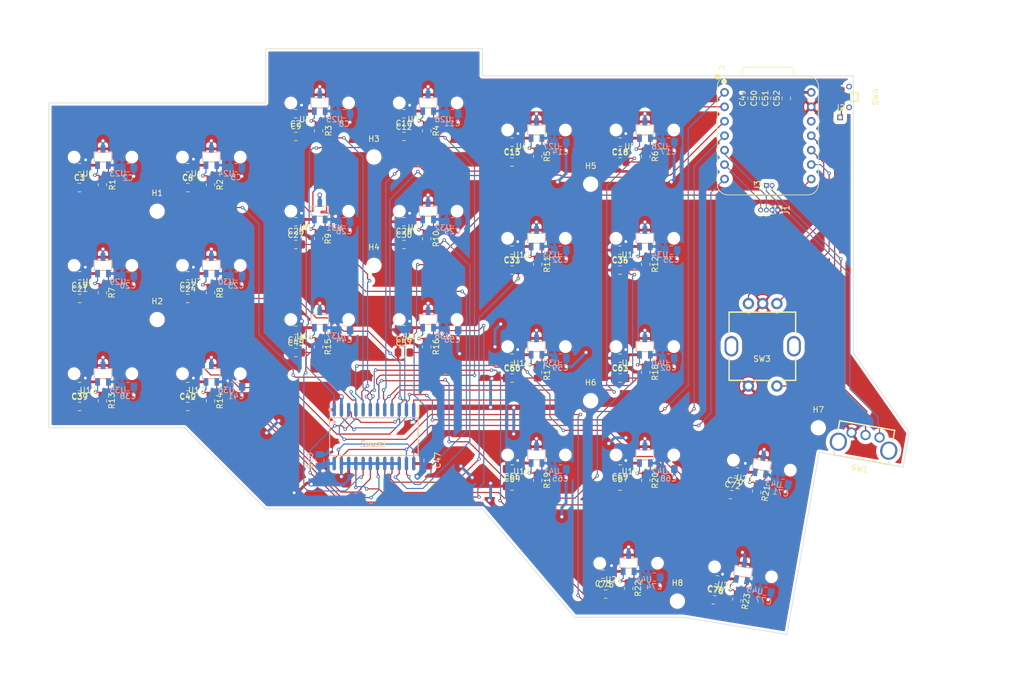
<source format=kicad_pcb>
(kicad_pcb (version 20241229) (generator "pcbnew") (generator_version "9.0")
  (layers (0 "F.Cu" signal) (2 "B.Cu" signal) (13 "F.Paste" user) (15 "B.Paste" user) (5 "F.SilkS" user "F.Silkscreen") (7 "B.SilkS" user "B.Silkscreen") (1 "F.Mask" user) (3 "B.Mask" user) (25 "Edge.Cuts" user))
  (net 0 "")
  (net 1 "GND")
  (net 2 "K0")
  (net 3 "K1")
  (net 4 "K2")
  (net 5 "K3")
  (net 6 "K4")
  (net 7 "K5")
  (net 8 "K6")
  (net 9 "K7")
  (net 10 "K8")
  (net 11 "K9")
  (net 12 "K10")
  (net 13 "K11")
  (net 14 "K12")
  (net 15 "K13")
  (net 16 "K14")
  (net 17 "K15")
  (net 18 "K16")
  (net 19 "K17")
  (net 20 "K18")
  (net 21 "K19")
  (net 22 "K20")
  (net 23 "K21")
  (net 24 "K22")
  (net 25 "SDA")
  (net 26 "encoderBtn1")
  (net 27 "MUX1")
  (net 28 "enco1A")
  (net 29 "S3")
  (net 30 "VBUS")
  (net 32 "S1")
  (net 33 "S2")
  (net 34 "SCL")
  (net 35 "S0")
  (net 36 "enco1B")
  (net 37 "MUX2")
  (net 38 "Net-(U1-VOUT)")
  (net 39 "Net-(U2-VOUT)")
  (net 40 "Net-(U10-VOUT)")
  (net 41 "Net-(U11-VOUT)")
  (net 42 "Net-(U12-VOUT)")
  (net 43 "Net-(U13-VOUT)")
  (net 44 "Net-(U14-VOUT)")
  (net 45 "Net-(U15-VOUT)")
  (net 46 "Net-(U16-VOUT)")
  (net 47 "Net-(U17-VOUT)")
  (net 48 "Net-(U18-VOUT)")
  (net 49 "Net-(U19-VOUT)")
  (net 50 "Net-(U20-VOUT)")
  (net 51 "Net-(U21-VOUT)")
  (net 52 "Net-(U22-VOUT)")
  (net 53 "Net-(U26-VOUT)")
  (net 54 "Net-(U27-VOUT)")
  (net 55 "Net-(U28-VOUT)")
  (net 56 "Net-(U29-VOUT)")
  (net 57 "Net-(U30-VOUT)")
  (net 58 "Net-(U31-VOUT)")
  (net 59 "Net-(U32-VOUT)")
  (net 60 "Net-(U0-VOUT)")
  (net 64 "Net-(J2-Pin_1)")
  (net 66 "Net-(J3-Pin_1)")
  (net 67 "Net-(J3-Pin_2)")
  (footprint "Resistor_SMD:R_0805_2012Metric_Pad1.20x1.40mm_HandSolder" (layer "F.Cu") (at 57 90.5 -90)
    (property "Reference" "R14")
    (property "Value" "10k")
  )
  (footprint "Resistor_SMD:R_0805_2012Metric_Pad1.20x1.40mm_HandSolder" (layer "F.Cu") (at 95 62 -90)
    (property "Reference" "R10")
    (property "Value" "10k")
  )
  (footprint "footprints:SOT-23-3_L2.9-W1.6-P1.90-LS2.8-BR" (layer "F.Cu") (at 57.15 66.675)
    (property "Reference" "U7")
    (property "Value" "HX6659ISO-B")
  )
  (footprint "Capacitor_SMD:C_0805_2012Metric_Pad1.18x1.45mm_HandSolder" (layer "F.Cu") (at 91 63)
    (property "Reference" "C30")
    (property "Value" "100nF")
  )
  (footprint "Resistor_SMD:R_0805_2012Metric_Pad1.20x1.40mm_HandSolder" (layer "F.Cu") (at 130.5 123.5 -90)
    (property "Reference" "R22")
    (property "Value" "10k")
  )
  (footprint "Capacitor_SMD:C_0805_2012Metric_Pad1.18x1.45mm_HandSolder" (layer "F.Cu") (at 53 68.5 180)
    (property "Reference" "C22")
    (property "Value" "100nF")
  )
  (footprint "Capacitor_SMD:C_0805_2012Metric_Pad1.18x1.45mm_HandSolder" (layer "F.Cu") (at 128.9625 105.5)
    (property "Reference" "C69")
    (property "Value" "100nF")
  )
  (footprint "Capacitor_SMD:C_0805_2012Metric_Pad1.18x1.45mm_HandSolder" (layer "F.Cu") (at 129 45 180)
    (property "Reference" "C16")
    (property "Value" "100nF")
  )
  (footprint "Capacitor_SMD:C_0805_2012Metric_Pad1.18x1.45mm_HandSolder" (layer "F.Cu") (at 34 88 180)
    (property "Reference" "C37")
    (property "Value" "100nF")
  )
  (footprint "Capacitor_SMD:C_0805_2012Metric_Pad1.18x1.45mm_HandSolder" (layer "F.Cu") (at 91 59 180)
    (property "Reference" "C28")
    (property "Value" "100nF")
  )
  (footprint "footprints:SOT-23-3_L2.9-W1.6-P1.90-LS2.8-BR" (layer "F.Cu") (at 150.6013 120.5718 -10)
    (property "Reference" "U22")
    (property "Value" "HX6659ISO-B")
  )
  (footprint "Resistor_SMD:R_0805_2012Metric_Pad1.20x1.40mm_HandSolder" (layer "F.Cu") (at 114.5 47.5 -90)
    (property "Reference" "R5")
    (property "Value" "10k")
  )
  (footprint "Resistor_SMD:R_0805_2012Metric_Pad1.20x1.40mm_HandSolder" (layer "F.Cu") (at 149.5 125.5 -100)
    (property "Reference" "R23")
    (property "Value" "10k")
  )
  (footprint "Capacitor_SMD:C_0805_2012Metric_Pad1.18x1.45mm_HandSolder" (layer "F.Cu") (at 149.5 103 170)
    (property "Reference" "C70")
    (property "Value" "100nF")
  )
  (footprint "Resistor_SMD:R_0805_2012Metric_Pad1.20x1.40mm_HandSolder" (layer "F.Cu") (at 153 106.5 -100)
    (property "Reference" "R21")
    (property "Value" "10k")
  )
  (footprint "footprints:SOT-23-3_L2.9-W1.6-P1.90-LS2.8-BR" (layer "F.Cu") (at 153.9093 101.8112 -10)
    (property "Reference" "U20")
    (property "Value" "HX6659ISO-B")
  )
  (footprint "Capacitor_SMD:C_0805_2012Metric_Pad1.18x1.45mm_HandSolder" (layer "F.Cu") (at 129 48.5)
    (property "Reference" "C18")
    (property "Value" "100nF")
  )
  (footprint "Capacitor_SMD:C_0805_2012Metric_Pad1.18x1.45mm_HandSolder" (layer "F.Cu") (at 53 53)
    (property "Reference" "C6")
    (property "Value" "100nF")
  )
  (footprint "Capacitor_SMD:C_0805_2012Metric_Pad1.18x1.45mm_HandSolder" (layer "F.Cu") (at 126.4625 124.5)
    (property "Reference" "C75")
    (property "Value" "100nF")
  )
  (footprint "Capacitor_SMD:C_0805_2012Metric_Pad1.18x1.45mm_HandSolder" (layer "F.Cu") (at 91 82)
    (property "Reference" "C57")
    (property "Value" "100nF")
  )
  (footprint "Capacitor_SMD:C_0805_2012Metric_Pad1.18x1.45mm_HandSolder" (layer "F.Cu") (at 154.2 37.3 90)
    (property "Reference" "C50")
    (property "Value" "100n")
  )
  (footprint "MountingHole:MountingHole_2.2mm_M2" (layer "F.Cu") (at 47.625 57.15)
    (property "Reference" "H1")
    (property "Value" "MountingHole")
  )
  (footprint "Resistor_SMD:R_0805_2012Metric_Pad1.20x1.40mm_HandSolder" (layer "F.Cu") (at 133.5 66.5 -90)
    (property "Reference" "R12")
    (property "Value" "10k")
  )
  (footprint "Capacitor_SMD:C_0805_2012Metric_Pad1.18x1.45mm_HandSolder" (layer "F.Cu") (at 110 105.5)
    (property "Reference" "C66")
    (property "Value" "100nF")
  )
  (footprint "footprints:SOT-23-3_L2.9-W1.6-P1.90-LS2.8-BR" (layer "F.Cu") (at 57.15 47.625)
    (property "Reference" "U1")
    (property "Value" "HX6659ISO-B")
  )
  (footprint "Capacitor_SMD:C_0805_2012Metric_Pad1.18x1.45mm_HandSolder" (layer "F.Cu") (at 72 63)
    (property "Reference" "C27")
    (property "Value" "100nF")
  )
  (footprint "Connector_PinHeader_1.00mm:PinHeader_1x02_P1.00mm_Vertical" (layer "F.Cu") (at 154.7 52.6 90)
    (property "Reference" "J3")
    (property "Value" "Conn_01x02_Socket")
  )
  (footprint "Resistor_SMD:R_0805_2012Metric_Pad1.20x1.40mm_HandSolder" (layer "F.Cu") (at 114.5 66.5 -90)
    (property "Reference" "R11")
    (property "Value" "10k")
  )
  (footprint "footprints:SOT-23-3_L2.9-W1.6-P1.90-LS2.8-BR" (layer "F.Cu") (at 130.4925 119.0625)
    (property "Reference" "U21")
    (property "Value" "HX6659ISO-B")
  )
  (footprint "Capacitor_SMD:C_0805_2012Metric_Pad1.18x1.45mm_HandSolder" (layer "F.Cu") (at 34 68.5 180)
    (property "Reference" "C19")
    (property "Value" "100nF")
  )
  (footprint "Resistor_SMD:R_0805_2012Metric_Pad1.20x1.40mm_HandSolder" (layer "F.Cu") (at 57 71.5 -90)
    (property "Reference" "R8")
    (property "Value" "10k")
  )
  (footprint "Resistor_SMD:R_0805_2012Metric_Pad1.20x1.40mm_HandSolder" (layer "F.Cu") (at 38 90.5 -90)
    (property "Reference" "R13")
    (property "Value" "10k")
  )
  (footprint "footprints:SOT-23-3_L2.9-W1.6-P1.90-LS2.8-BR" (layer "F.Cu") (at 95.25 38.1)
    (property "Reference" "U3")
    (property "Value" "HX6659ISO-B")
  )
  (footprint "Capacitor_SMD:C_0805_2012Metric_Pad1.18x1.45mm_HandSolder" (layer "F.Cu") (at 110 102.5 180)
    (property "Reference" "C64")
    (property "Value" "100nF")
  )
  (footprint "footprints:SOT-23-3_L2.9-W1.6-P1.90-LS2.8-BR" (layer "F.Cu") (at 114.3 80.9625)
    (property "Reference" "U16")
    (property "Value" "HX6659ISO-B")
  )
  (footprint "footprints:SW-TH_EC10EXXXXXXX" (layer "F.Cu") (at 171.9597 97.5009 170)
    (property "Reference" "SW1")
    (property "Value" "~")
  )
  (footprint "Resistor_SMD:R_0805_2012Metric_Pad1.20x1.40mm_HandSolder" (layer "F.Cu") (at 76 43 -90)
    (property "Reference" "R3")
    (property "Value" "10k")
  )
  (footprint "Capacitor_SMD:C_0805_2012Metric_Pad1.18x1.45mm_HandSolder" (layer "F.Cu") (at 126 121 180)
    (property "Reference" "C73")
    (property "Value" "100nF")
  )
  (footprint "footprints:SOT-23-3_L2.9-W1.6-P1.90-LS2.8-BR" (layer "F.Cu") (at 133.35 42.8625)
    (property "Reference" "U5")
    (property "Value" "HX6659ISO-B")
  )
  (footprint "Capacitor_SMD:C_0805_2012Metric_Pad1.18x1.45mm_HandSolder" (layer "F.Cu") (at 148.5 107 -10)
    (property "Reference" "C72")
    (property "Value" "100nF")
  )
  (footprint "Capacitor_SMD:C_0805_2012Metric_Pad1.18x1.45mm_HandSolder" (layer "F.Cu") (at 129 83 180)
    (property "Reference" "C61")
    (property "Value" "100nF")
  )
  (footprint "Capacitor_SMD:C_0805_2012Metric_Pad1.18x1.45mm_HandSolder" (layer "F.Cu") (at 91 78 180)
    (property "Reference" "C46")
    (property "Value" "100nF")
  )
  (footprint "footprints:SOT-23-3_L2.9-W1.6-P1.90-LS2.8-BR" (layer "F.Cu") (at 38.1 47.625)
    (property "Reference" "U0")
    (property "Value" "HX6659ISO-B")
  )
  (footprint "Capacitor_SMD:C_0805_2012Metric_Pad1.18x1.45mm_HandSolder" (layer "F.Cu") (at 91 44)
    (property "Reference" "C12")
    (property "Value" "100nF")
  )
  (footprint "footprints:SOT-23-3_L2.9-W1.6-P1.90-LS2.8-BR" (layer "F.Cu") (at 114.3 42.8625)
    (property "Reference" "U4")
    (property "Value" "HX6659ISO-B")
  )
  (footprint "Capacitor_SMD:C_0805_2012Metric_Pad1.18x1.45mm_HandSolder" (layer "F.Cu") (at 145.5 125.5 -10)
    (property "Reference" "C78")
    (property "Value" "100nF")
  )
  (footprint "Resistor_SMD:R_0805_2012Metric_Pad1.20x1.40mm_HandSolder" (layer "F.Cu") (at 57 52.5 -90)
    (property "Reference" "R2")
    (property "Value" "10k")
  )
  (footprint "Capacitor_SMD:C_0805_2012Metric_Pad1.18x1.45mm_HandSolder" (layer "F.Cu") (at 53 91.5)
    (property "Reference" "C42")
    (property "Value" "100nF")
  )
  (footprint "Connector_PinHeader_1.00mm:PinHeader_1x04_P1.00mm_Vertical" (layer "F.Cu") (at 156.7 56.95 -90)
    (property "Reference" "J1")
    (property "Value" "Display conector")
  )
  (footprint "footprints:XIAO-nRF52840-DIP-Bare" (layer "F.Cu") (at 154.97 43.87)
    (property "Reference" "P1")
    (property "Value" "Xiao nRF52840")
  )
  (footprint "Capacitor_SMD:C_0805_2012Metric_Pad1.18x1.45mm_HandSolder" (layer "F.Cu") (at 146 122 170)
    (property "Reference" "C76")
    (property "Value" "100nF")
  )
  (footprint "Capacitor_SMD:C_0805_2012Metric_Pad1.18x1.45mm_HandSolder" (layer "F.Cu") (at 71.9625 40 180)
    (property "Reference" "C7")
    (property "Value" "100nF")
  )
  (footprint "Resistor_SMD:R_0805_2012Metric_Pad1.20x1.40mm_HandSolder" (layer "F.Cu") (at 133.5 47.5 -90)
    (property "Reference" "R6")
    (property "Value" "10k")
  )
  (footprint "Capacitor_SMD:C_0805_2012Metric_Pad1.18x1.45mm_HandSolder" (layer "F.Cu") (at 34 49.5 180)
    (property "Reference" "C1")
    (property "Value" "100nF")
  )
  (footprint "footprints:SOT-23-3_L2.9-W1.6-P1.90-LS2.8-BR" (layer "F.Cu") (at 95.25 76.2)
    (property "Reference" "U15")
    (property "Value" "HX6659ISO-B")
  )
  (footprint "Capacitor_SMD:C_0805_2012Metric_Pad1.18x1.45mm_HandSolder" (layer "F.Cu") (at 156.19 37.3 90)
    (property "Reference" "C51")
    (property "Value" "100n")
  )
  (footprint "Capacitor_SMD:C_0805_2012Metric_Pad1.18x1.45mm_HandSolder" (layer "F.Cu") (at 129 102.5 180)
    (property "Reference" "C67")
    (property "Value" "100nF")
  )
  (footprint "footprints:SOT-23-3_L2.9-W1.6-P1.90-LS2.8-BR" (layer "F.Cu") (at 38.1 66.675)
    (property "Reference" "U6")
    (property "Value" "HX6659ISO-B")
  )
  (footprint "MountingHole:MountingHole_2.2mm_M2" (layer "F.Cu") (at 163.83 95.25)
    (property "Reference" "H7")
    (property "Value" "MountingHole")
  )
  (footprint "footprints:SOT-23-3_L2.9-W1.6-P1.90-LS2.8-BR" (layer "F.Cu") (at 133.35 100.0125)
    (property "Reference" "U19")
    (property "Value" "HX6659ISO-B")
  )
  (footprint "Resistor_SMD:R_0805_2012Metric_Pad1.20x1.40mm_HandSolder" (layer "F.Cu") (at 76 62 -90)
    (property "Reference" "R9")
    (property "Value" "10k")
  )
  (footprint "Capacitor_SMD:C_0805_2012Metric_Pad1.18x1.45mm_HandSolder" (layer "F.Cu") (at 72 44)
    (property "Reference" "C9")
    (property "Value" "100nF")
  )
  (footprint "footprints:SOT-23-3_L2.9-W1.6-P1.90-LS2.8-BR" (layer "F.Cu") (at 76.2 76.2)
    (property "Reference" "U14")
    (property "Value" "HX6659ISO-B")
  )
  (footprint "Capacitor_SMD:C_0805_2012Metric_Pad1.18x1.45mm_HandSolder" (layer "F.Cu") (at 72 59 180)
    (property "Reference" "C25")
    (property "Value" "100nF")
  )
  (footprint "MountingHole:MountingHole_2.2mm_M2" (layer "F.Cu") (at 85.725 66.675)
    (property "Reference" "H4")
    (property "Value" "MountingHole")
  )
  (footprint "Resistor_SMD:R_0805_2012Metric_Pad1.20x1.40mm_HandSolder" (layer "F.Cu") (at 76 81 -90)
    (property "Reference" "R15")
    (property "Value" "10k")
  )
  (footprint "Resistor_SMD:R_0805_2012Metric_Pad1.20x1.40mm_HandSolder" (layer "F.Cu") (at 95 43 -90)
    (property "Reference" "R4")
    (property "Value" "10k")
  )
  (footprint "MountingHole:MountingHole_2.2mm_M2" (layer "F.Cu") (at 123.825 90.4875)
    (property "Reference" "H6")
    (property "Value" "MountingHole")
  )
  (footprint "Resistor_SMD:R_0805_2012Metric_Pad1.20x1.40mm_HandSolder" (layer "F.Cu") (at 38 71.5 -90)
    (property "Reference" "R7")
    (property "Value" "10k")
  )
  (footprint "Capacitor_SMD:C_0805_2012Metric_Pad1.18x1.45mm_HandSolder" (layer "F.Cu") (at 110 48.5)
    (property "Reference" "C15")
    (property "Value" "100nF")
  )
  (footprint "Capacitor_SMD:C_0805_2012Metric_Pad1.18x1.45mm_HandSolder" (layer "F.Cu") (at 129 67.5)
    (property "Reference" "C36")
    (property "Value" "100nF")
  )
  (footprint "Capacitor_SMD:C_0805_2012Metric_Pad1.18x1.45mm_HandSolder" (layer "F.Cu") (at 110 86.5)
    (property "Reference" "C60")
    (property "Value" "100nF")
  )
  (footprint "footprints:SOT-23-3_L2.9-W1.6-P1.90-LS2.8-BR" (layer "F.Cu") (at 76.2 57.15)
    (property "Reference" "U8")
    (property "Value" "HX6659ISO-B")
  )
  (footprint "MountingHole:MountingHole_2.2mm_M2" (layer "F.Cu") (at 139.065 125.73)
    (property "Reference" "H8")
    (property "Value" "MountingHole")
  )
  (footprint "footprints:SOT-23-3_L2.9-W1.6-P1.90-LS2.8-BR" (layer "F.Cu") (at 76.2 38.1)
    (property "Reference" "U2")
    (property "Value" "HX6659ISO-B")
  )
  (footprint "Capacitor_SMD:C_0805_2012Metric_Pad1.18x1.45mm_HandSolder" (layer "F.Cu") (at 72 82)
    (property "Reference" "C45")
    (property "Value" "100nF")
  )
  (footprint "Capacitor_SMD:C_0805_2012Metric_Pad1.18x1.45mm_HandSolder" (layer "F.Cu") (at 53 49.5 180)
    (property "Reference" "C4")
    (property "Value" "100nF")
  )
  (footprint "footprints:SW-SMD_TCEPQR" (layer "F.Cu") (at 168.84 37.055 -90)
    (property "Reference" "SW4")
    (property "Value" "~")
  )
  (footprint "Resistor_SMD:R_0805_2012Metric_Pad1.20x1.40mm_HandSolder" (layer "F.Cu") (at 114.5 104.5 -90)
    (property "Reference" "R19")
    (property "Value" "10k")
  )
  (footprint "footprints:SOT-23-3_L2.9-W1.6-P1.90-LS2.8-BR" (layer "F.Cu") (at 38.1 85.725)
    (property "Reference" "U12")
    (property "Value" "HX6659ISO-B")
  )
  (footprint "footprints:SOIC-24_L15.4-W7.5-P1.27-LS10.3-BL" (layer "F.Cu") (at 85.725 96.8 180)
    (property "Reference" "mux1")
    (property "Value" "CD74HC4067M96")
  )
  (footprint "footprints:SOT-23-3_L2.9-W1.6-P1.90-LS2.8-BR" (layer "F.Cu") (at 114.3 100.0125)
    (property "Reference" "U18")
    (property "Value" "HX6659ISO-B")
  )
  (footprint "Capacitor_SMD:C_0805_2012Metric_Pad1.18x1.45mm_HandSolder" (layer "F.Cu") (at 91 40 180)
    (property "Reference" "C10")
    (property "Value" "100nF")
  )
  (footprint "MountingHole:MountingHole_2.2mm_M2" (layer "F.Cu") (at 85.725 47.625)
    (property "Reference" "H3")
    (property "Value" "MountingHole")
  )
  (footprint "Capacitor_SMD:C_0805_2012Metric_Pad1.18x1.45mm_HandSolder" (layer "F.Cu") (at 158.2 37.3 90)
    (property "Reference" "C52")
    (property "Value" "100n")
  )
  (footprint "Connector_PinHeader_1.27mm:PinHeader_1x01_P1.27mm_Vertical" (layer "F.Cu") (at 167.67 40.645)
    (property "Reference" "J2")
    (property "Value" "Conn_01x01_Socket")
  )
  (footprint "Capacitor_SMD:C_0805_2012Metric_Pad1.18x1.45mm_HandSolder" (layer "F.Cu") (at 152.2 37.3 90)
    (property "Reference" "C49")
    (property "Value" "100n")
  )
  (footprint "Capacitor_SMD:C_0805_2012Metric_Pad1.18x1.45mm_HandSolder" (layer "F.Cu") (at 53 88 180)
    (property "Reference" "C40")
    (property "Value" "100nF")
  )
  (footprint "footprints:SW-TH_EC11NXXXX" (layer "F.Cu") (at 153.95 80.9 180)
    (property "Reference" "SW3")
    (property "Value" "EC11N1520401")
  )
  (footprint "Resistor_SMD:R_0805_2012Metric_Pad1.20x1.40mm_HandSolder" (layer "F.Cu") (at 38 52.5 -90)
    (property "Reference" "R1")
    (property "Value" "10k")
  )
  (footprint "footprints:SOT-23-3_L2.9-W1.6-P1.90-LS2.8-BR" (layer "F.Cu") (at 114.3 61.9125)
    (property "Reference" "U10")
    (property "Value" "HX6659ISO-B")
  )
  (footprint "Resistor_SMD:R_0805_2012Metric_Pad1.20x1.40mm_HandSolder" (layer "F.Cu") (at 95 81 -90)
    (property "Reference" "R16")
    (property "Value" "10k")
  )
  (footprint "footprints:SOT-23-3_L2.9-W1.6-P1.90-LS2.8-BR" (layer "F.Cu") (at 57.15 85.725)
    (property "Reference" "U13")
    (property "Value" "HX6659ISO-B")
  )
  (footprint "MountingHole:MountingHole_2.2mm_M2" (layer "F.Cu") (at 47.625 76.2)
    (property "Reference" "H2")
    (property "Value" "MountingHole")
  )
  (footprint "Capacitor_SMD:C_0805_2012Metric_Pad1.18x1.45mm_HandSolder" (layer "F.Cu") (at 33.9625 53)
    (property "Reference" "C3")
    (property "Value" "100nF")
  )
  (footprint "Resistor_SMD:R_0805_2012Metric_Pad1.20x1.40mm_HandSolder" (layer "F.Cu") (at 133.5 104.5 -90)
    (property "Reference" "R20")
    (property "Value" "10k")
  )
  (footprint "Resistor_SMD:R_0805_2012Metric_Pad1.20x1.40mm_HandSolder" (layer "F.Cu") (at 114.5 85.5 -90)
    (property "Reference" "R17")
    (property "Value" "10k")
  )
  (footprint "Capacitor_SMD:C_0805_2012Metric_Pad1.18x1.45mm_HandSolder" (layer "F.Cu") (at 95.25 100.965 -90)
    (property "Reference" "C47")
    (property "Value" "100n")
  )
  (footprint "footprints:SOT-23-3_L2.9-W1.6-P1.90-LS2.8-BR" (layer "F.Cu") (at 95.25 57.15)
    (property "Reference" "U9")
    (property "Value" "HX6659ISO-B")
  )
  (footprint "Capacitor_SMD:C_0805_2012Metric_Pad1.18x1.45mm_HandSolder" (layer "F.Cu") (at 110 45 180)
    (property "Reference" "C13")
    (property "Value" "100nF")
  )
  (footprint "Capacitor_SMD:C_0805_2012Metric_Pad1.18x1.45mm_HandSolder" (layer "F.Cu") (at 72.025 78.1 180)
    (property "Reference" "C43")
    (property "Value" "100nF")
  )
  (footprint "MountingHole:MountingHole_2.2mm_M2" (layer "F.Cu") (at 123.825 52.3875)
    (property "Reference" "H5")
    (property "Value" "MountingHole")
  )
  (footprint "Resistor_SMD:R_0805_2012Metric_Pad1.20x1.40mm_HandSolder" (layer "F.Cu") (at 133.5 85.5 -90)
    (property "Reference" "R18")
    (property "Value" "10k")
  )
  (footprint "Capacitor_SMD:C_0805_2012Metric_Pad1.18x1.45mm_HandSolder" (layer "F.Cu") (at 128.9625 64 180)
    (property "Reference" "C34")
    (property "Value" "100nF")
  )
  (footprint "Capacitor_SMD:C_0805_2012Metric_Pad1.18x1.45mm_HandSolder" (layer "F.Cu") (at 34 91.5)
    (property "Reference" "C39")
    (property "Value" "100nF")
  )
  (footprint "Capacitor_SMD:C_0805_2012Metric_Pad1.18x1.45mm_HandSolder" (layer "F.Cu") (at 110 64 180)
    (property "Reference" "C31")
    (property "Value" "100nF")
  )
  (footprint "Capacitor_SMD:C_0805_2012Metric_Pad1.18x1.45mm_HandSolder" (layer "F.Cu") (at 53 72.5)
    (property "Reference" "C24")
    (property "Value" "100nF")
  )
  (footprint "footprints:SOT-23-3_L2.9-W1.6-P1.90-LS2.8-BR" (layer "F.Cu") (at 133.35 61.9125)
    (property "Reference" "U11")
    (property "Value" "HX6659ISO-B")
  )
  (footprint "Capacitor_SMD:C_0805_2012Metric_Pad1.18x1.45mm_HandSolder" (layer "F.Cu") (at 110 83 180)
    (property "Reference" "C58")
    (property "Value" "100nF")
  )
  (footprint "Capacitor_SMD:C_0805_2012Metric_Pad1.18x1.45mm_HandSolder" (layer "F.Cu") (at 129 86.5)
    (property "Reference" "C63")
    (property "Value" "100nF")
  )
  (footprint "Capacitor_SMD:C_0805_2012Metric_Pad1.18x1.45mm_HandSolder" (layer "F.Cu") (at 34 72.5)
    (property "Reference" "C21")
    (property "Value" "100nF")
  )
  (footprint "Capacitor_SMD:C_0805_2012Metric_Pad1.18x1.45mm_HandSolder" (layer "F.Cu") (at 110 67.5)
    (property "Reference" "C33")
    (property "Value" "100nF")
  )
  (footprint "footprints:SOT-23-3_L2.9-W1.6-P1.90-LS2.8-BR" (layer "F.Cu") (at 133.35 80.9625)
    (property "Reference" "U17")
    (property "Value" "HX6659ISO-B")
  )
  (footprint "Capacitor_SMD:C_0805_2012Metric_Pad1.18x1.45mm_HandSolder" (layer "B.Cu") (at 42.5 88)
    (property "Reference" "C38")
    (property "Value" "100nF")
  )
  (footprint "Capacitor_SMD:C_0805_2012Metric_Pad1.18x1.45mm_HandSolder" (layer "B.Cu") (at 137.5 102.5)
    (property "Reference" "C68")
    (property "Value" "100nF")
  )
  (footprint "Capacitor_SMD:C_0805_2012Metric_Pad1.18x1.45mm_HandSolder" (layer "B.Cu") (at 99.5 59)
    (property "Reference" "C29")
    (property "Value" "100nF")
  )
  (footprint "Capacitor_SMD:C_0805_2012Metric_Pad1.18x1.45mm_HandSolder" (layer "B.Cu") (at 118.5 64)
    (property "Reference" "C32")
    (property "Value" "100nF")
  )
  (footprint "Capacitor_SMD:C_0805_2012Metric_Pad1.18x1.45mm_HandSolder" (layer "B.Cu") (at 138 64)
    (property "Reference" "C35")
    (property "Value" "100nF")
  )
  (footprint "Capacitor_SMD:C_0805_2012Metric_Pad1.18x1.45mm_HandSolder" (layer "B.Cu") (at 99.5 40)
    (property "Reference" "C11")
    (property "Value" "100nF")
  )
  (footprint "footprints:SOT-23-3_L2.9-W1.6-P1.90-LS2.8-BR" (layer "B.Cu") (at 114.3 42.8625 180)
    (property "Reference" "U27")
    (property "Value" "HX6659ISO-B")
  )
  (footprint "footprints:SOT-23-3_L2.9-W1.6-P1.90-LS2.8-BR" (layer "B.Cu") (at 133.35 80.9625 180)
    (property "Reference" "U40")
    (property "Value" "HX6659ISO-B")
  )
  (footprint "Capacitor_SMD:C_0805_2012Metric_Pad1.18x1.45mm_HandSolder" (layer "B.Cu") (at 42.5 49.5)
    (property "Reference" "C2")
    (property "Value" "100nF")
  )
  (footprint "footprints:SOT-23-3_L2.9-W1.6-P1.90-LS2.8-BR" (layer "B.Cu") (at 150.6013 120.5718 170)
    (property "Reference" "U45")
    (property "Value" "HX6659ISO-B")
  )
  (footprint "footprints:SOT-23-3_L2.9-W1.6-P1.90-LS2.8-BR" (layer "B.Cu") (at 76.2 76.2 180)
    (property "Reference" "U37")
    (property "Value" "HX6659ISO-B")
  )
  (footprint "footprints:SOT-23-3_L2.9-W1.6-P1.90-LS2.8-BR" (layer "B.Cu") (at 133.35 61.9125 180)
    (property "Reference" "U34")
    (property "Value" "HX6659ISO-B")
  )
  (footprint "Capacitor_SMD:C_0805_2012Metric_Pad1.18x1.45mm_HandSolder" (layer "B.Cu") (at 154.5 124 -10)
    (property "Reference" "C77")
    (property "Value" "100nF")
  )
  (footprint "footprints:SOT-23-3_L2.9-W1.6-P1.90-LS2.8-BR" (layer "B.Cu") (at 57.15 85.725 180)
    (property "Reference" "U36")
    (property "Value" "HX6659ISO-B")
  )
  (footprint "Capacitor_SMD:C_0805_2012Metric_Pad1.18x1.45mm_HandSolder" (layer "B.Cu") (at 61.5 88)
    (property "Reference" "C41")
    (property "Value" "100nF")
  )
  (footprint "footprints:SOT-23-3_L2.9-W1.6-P1.90-LS2.8-BR" (layer "B.Cu") (at 76.2 57.15 180)
    (property "Reference" "U31")
    (property "Value" "HX6659ISO-B")
  )
  (footprint "footprints:SOT-23-3_L2.9-W1.6-P1.90-LS2.8-BR" (layer "B.Cu") (at 130.4925 119.0625 180)
    (property "Reference" "U44")
    (property "Value" "HX6659ISO-B")
  )
  (footprint "Capacitor_SMD:C_0805_2012Metric_Pad1.18x1.45mm_HandSolder" (layer "B.Cu") (at 157.5 105 -10)
    (property "Reference" "C71")
    (property "Value" "100nF")
  )
  (footprint "Capacitor_SMD:C_0805_2012Metric_Pad1.18x1.45mm_HandSolder" (layer "B.Cu") (at 61.5 49.5)
    (property "Reference" "C5")
    (property "Value" "100nF")
  )
  (footprint "footprints:SOT-23-3_L2.9-W1.6-P1.90-LS2.8-BR" (layer "B.Cu") (at 38.1 47.625 180)
    (property "Reference" "U23")
    (property "Value" "HX6659ISO-B")
  )
  (footprint "Capacitor_SMD:C_0805_2012Metric_Pad1.18x1.45mm_HandSolder" (layer "B.Cu") (at 76.2 100.965 -90)
    (property "Reference" "C48")
    (property "Value" "100n")
  )
  (footprint "Capacitor_SMD:C_0805_2012Metric_Pad1.18x1.45mm_HandSolder" (layer "B.Cu") (at 80.5 78.075)
    (property "Reference" "C44")
    (property "Value" "100nF")
  )
  (footprint "footprints:SOT-23-3_L2.9-W1.6-P1.90-LS2.8-BR" (layer "B.Cu") (at 95.25 57.15 180)
    (property "Reference" "U32")
    (property "Value" "HX6659ISO-B")
  )
  (footprint "Capacitor_SMD:C_0805_2012Metric_Pad1.18x1.45mm_HandSolder" (layer "B.Cu") (at 135 121.5)
    (property "Reference" "C74")
    (property "Value" "100nF")
  )
  (footprint "Capacitor_SMD:C_0805_2012Metric_Pad1.18x1.45mm_HandSolder" (layer "B.Cu") (at 118.5 102.5)
    (property "Reference" "C65")
    (property "Value" "100nF")
  )
  (footprint "footprints:SOT-23-3_L2.9-W1.6-P1.90-LS2.8-BR" (layer "B.Cu") (at 95.25 76.2 180)
    (property "Reference" "U38")
    (property "Value" "HX6659ISO-B")
  )
  (footprint "footprints:SOT-23-3_L2.9-W1.6-P1.90-LS2.8-BR" (layer "B.Cu") (at 133.35 100.0125 180)
    (property "Reference" "U42")
    (property "Value" "HX6659ISO-B")
  )
  (footprint "Capacitor_SMD:C_0805_2012Metric_Pad1.18x1.45mm_HandSolder" (layer "B.Cu") (at 80.5 40)
    (property "Reference" "C8")
    (property "Value" "100nF")
  )
  (footprint "Capacitor_SMD:C_0805_2012Metric_Pad1.18x1.45mm_HandSolder" (layer "B.Cu") (at 99.5 78.075)
    (property "Reference" "C56")
    (property "Value" "100nF")
  )
  (footprint "Capacitor_SMD:C_0805_2012Metric_Pad1.18x1.45mm_HandSolder" (layer "B.Cu") (at 80.5 59)
    (property "Reference" "C26")
    (property "Value" "100nF")
  )
  (footprint "Capacitor_SMD:C_0805_2012Metric_Pad1.18x1.45mm_HandSolder" (layer "B.Cu") (at 118.5 83)
    (property "Reference" "C59")
    (property "Value" "100nF")
  )
  (footprint "footprints:SOT-23-3_L2.9-W1.6-P1.90-LS2.8-BR" (layer "B.Cu") (at 57.15 47.625 180)
    (property "Reference" "U24")
    (property "Value" "HX6659ISO-B")
  )
  (footprint "Capacitor_SMD:C_0805_2012Metric_Pad1.18x1.45mm_HandSolder" (layer "B.Cu") (at 137.5 83)
    (property "Reference" "C62")
    (property "Value" "100nF")
  )
  (footprint "footprints:SOIC-24_L15.4-W7.5-P1.27-LS10.3-BL" (layer "B.Cu") (at 85.725 96.8)
    (property "Reference" "mux2")
    (property "Value" "CD74HC4067M96")
  )
  (footprint "Capacitor_SMD:C_0805_2012Metric_Pad1.18x1.45mm_HandSolder" (layer "B.Cu") (at 118.5 45)
    (property "Reference" "C14")
    (property "Value" "100nF")
  )
  (footprint "footprints:SOT-23-3_L2.9-W1.6-P1.90-LS2.8-BR" (layer "B.Cu") (at 95.25 38.1 180)
    (property "Reference" "U26")
    (property "Value" "HX6659ISO-B")
  )
  (footprint "footprints:SOT-23-3_L2.9-W1.6-P1.90-LS2.8-BR" (layer "B.Cu") (at 38.1 85.725 180)
    (property "Reference" "U35")
    (property "Value" "HX6659ISO-B")
  )
  (footprint "Capacitor_SMD:C_0805_2012Metric_Pad1.18x1.45mm_HandSolder" (layer "B.Cu") (at 42.5 68.55)
    (property "Reference" "C20")
    (property "Value" "100nF")
  )
  (footprint "footprints:SOT-23-3_L2.9-W1.6-P1.90-LS2.8-BR" (layer "B.Cu") (at 114.3 61.9125 180)
    (property "Reference" "U33")
    (property "Value" "HX6659ISO-B")
  )
  (footprint "footprints:SOT-23-3_L2.9-W1.6-P1.90-LS2.8-BR" (layer "B.Cu") (at 133.35 42.8625 180)
    (property "Reference" "U28")
    (property "Value" "HX6659ISO-B")
  )
  (footprint "Capacitor_SMD:C_0805_2012Metric_Pad1.18x1.45mm_HandSolder" (layer "B.Cu") (at 61.5 68.55)
    (property "Reference" "C23")
    (property "Value" "100nF")
  )
  (footprint "footprints:SOT-23-3_L2.9-W1.6-P1.90-LS2.8-BR" (layer "B.Cu") (at 76.2 38.1 180)
    (property "Reference" "U25")
    (property "Value" "HX6659ISO-B")
  )
  (footprint "footprints:SOT-23-3_L2.9-W1.6-P1.90-LS2.8-BR" (layer "B.Cu") (at 38.1 66.675 180)
    (property "Reference" "U29")
    (property "Value" "HX6659ISO-B")
  )
  (footprint "Capacitor_SMD:C_0805_2012Metric_Pad1.18x1.45mm_HandSolder" (layer "B.Cu") (at 137.5 45)
    (property "Reference" "C17")
    (property "Value" "100nF")
  )
  (footprint "footprints:SOT-23-3_L2.9-W1.6-P1.90-LS2.8-BR" (layer "B.Cu") (at 114.3 80.9625 180)
    (property "Reference" "U39")
    (property "Value" "HX6659ISO-B")
  )
  (footprint "footprints:SOT-23-3_L2.9-W1.6-P1.90-LS2.8-BR" (layer "B.Cu") (at 153.9093 101.8112 170)
    (property "Reference" "U43")
    (property "Value" "HX6659ISO-B")
  )
  (footprint "footprints:SOT-23-3_L2.9-W1.6-P1.90-LS2.8-BR" (layer "B.Cu") (at 57.15 66.675 180)
    (property "Reference" "U30")
    (property "Value" "HX6659ISO-B")
  )
  (footprint "footprints:SOT-23-3_L2.9-W1.6-P1.90-LS2.8-BR" (layer "B.Cu") (at 114.3 100.0125 180)
    (property "Reference" "U41")
    (property "Value" "HX6659ISO-B")
  )
  (gr_line (start 158.3275 131.605) (end 163.9825 99.5475) (stroke (width 0.1)) (layer "Edge.Cuts"))
  (gr_line (start 142.875 33.3375) (end 170 33.3375) (stroke (width 0.1)) (layer "Edge.Cuts"))
  (gr_line (start 28.575 38.1) (end 28.575 95.25) (stroke (width 0.1)) (layer "Edge.Cuts"))
  (gr_line (start 66.675 38.1) (end 66.675 28.575) (stroke (width 0.1)) (layer "Edge.Cuts"))
  (gr_line (start 179.815 96.0725) (end 169.9925 82.05) (stroke (width 0.1)) (layer "Edge.Cuts"))
  (gr_line (start 170 33.3375) (end 169.9925 82.05) (stroke (width 0.1)) (layer "Edge.Cuts"))
  (gr_line (start 104.775 28.575) (end 104.775 33.3375) (stroke (width 0.1)) (layer "Edge.Cuts"))
  (gr_line (start 120.9675 128.5875) (end 104.775 109.5375) (stroke (width 0.1)) (layer "Edge.Cuts"))
  (gr_line (start 104.775 109.5375) (end 66.6775 109.537) (stroke (width 0.1)) (layer "Edge.Cuts"))
  (gr_line (start 66.675 28.575) (end 104.775 28.575) (stroke (width 0.1)) (layer "Edge.Cuts"))
  (gr_line (start 28.575 38.1) (end 66.675 38.1) (stroke (width 0.1)) (layer "Edge.Cuts"))
  (gr_line (start 120.9675 128.5875) (end 140.0175 128.5875) (stroke (width 0.1)) (layer "Edge.Cuts"))
  (gr_line (start 52.4 95.25) (end 28.575 95.25) (stroke (width 0.1)) (layer "Edge.Cuts"))
  (gr_line (start 104.775 33.3375) (end 142.875 33.3375) (stroke (width 0.1)) (layer "Edge.Cuts"))
  (gr_line (start 140.0175 128.5875) (end 158.3275 131.605) (stroke (width 0.1)) (layer "Edge.Cuts"))
  (gr_line (start 163.98 99.5475) (end 178.755 102.15) (stroke (width 0.1)) (layer "Edge.Cuts"))
  (gr_line (start 66.6775 109.537) (end 52.4 95.25) (stroke (width 0.1)) (layer "Edge.Cuts"))
  (gr_line (start 178.755 102.15) (end 179.815 96.0725) (stroke (width 0.1)) (layer "Edge.Cuts"))
  (via (at 107 81) (size 0.8) (drill 0.5) (layers "F.Cu" "B.Cu") (net 1))
  (via (at 62.5 70) (size 0.8) (drill 0.5) (layers "F.Cu" "B.Cu") (net 1))
  (via (at 133.35 59.055) (size 0.8) (drill 0.5) (layers "F.Cu" "B.Cu") (net 1))
  (via (at 100.5 79.5) (size 0.8) (drill 0.5) (layers "F.Cu" "B.Cu") (net 1))
  (via (at 95.25 54.2925) (size 0.8) (drill 0.5) (layers "F.Cu" "B.Cu") (net 1))
  (via (at 106.228177 105.006742) (size 0.8) (drill 0.5) (layers "F.Cu" "B.Cu") (net 1))
  (via (at 38.1 44.7675) (size 0.8) (drill 0.5) (layers "F.Cu" "B.Cu") (net 1))
  (via (at 119.5 104) (size 0.8) (drill 0.5) (layers "F.Cu" "B.Cu") (net 1))
  (via (at 119.5 84.5) (size 0.8) (drill 0.5) (layers "F.Cu" "B.Cu") (net 1))
  (via (at 78.105 99.06) (size 0.8) (drill 0.5) (layers "F.Cu" "B.Cu") (net 1))
  (via (at 118 52) (size 0.8) (drill 0.5) (layers "F.Cu" "B.Cu") (net 1))
  (via (at 62.5 51) (size 0.8) (drill 0.5) (layers "F.Cu" "B.Cu") (net 1))
  (via (at 66.856621 96.143379) (size 0.8) (drill 0.5) (layers "F.Cu" "B.Cu") (net 1))
  (via (at 106.225 91.65) (size 0.8) (drill 0.5) (layers "F.Cu" "B.Cu") (net 1))
  (via (at 110.3 91.7) (size 0.8) (drill 0.5) (layers "F.Cu" "B.Cu") (net 1))
  (via (at 95.25 35.2425) (size 0.8) (drill 0.5) (layers "F.Cu" "B.Cu") (net 1))
  (via (at 127 98) (size 0.8) (drill 0.5) (layers "F.Cu" "B.Cu") (net 1))
  (via (at 114.3 59.055) (size 0.8) (drill 0.5) (layers "F.Cu" "B.Cu") (net 1))
  (via (at 106.45 86.575) (size 0.8) (drill 0.5) (layers "F.Cu" "B.Cu") (net 1))
  (via (at 158 106.5) (size 0.8) (drill 0.5) (layers "F.Cu" "B.Cu") (net 1))
  (via (at 69 94) (size 0.8) (drill 0.5) (layers "F.Cu" "B.Cu") (net 1))
  (via (at 139 65.5) (size 0.8) (drill 0.5) (layers "F.Cu" "B.Cu") (net 1))
  (via (at 114.3 40.005) (size 0.8) (drill 0.5) (layers "F.Cu" "B.Cu") (net 1))
  (via (at 136 123) (size 0.8) (drill 0.5) (layers "F.Cu" "B.Cu") (net 1))
  (via (at 110.275 96.325) (size 0.8) (drill 0.5) (layers "F.Cu" "B.Cu") (net 1))
  (via (at 57.15 82.8675) (size 0.8) (drill 0.5) (layers "F.Cu" "B.Cu") (net 1))
  (via (at 80.01 103.835) (size 0.8) (drill 0.5) (layers "F.Cu" "B.Cu") (net 1))
  (via (at 130 97) (size 0.8) (drill 0.5) (layers "F.Cu" "B.Cu") (net 1))
  (via (at 118.75 110.9) (size 0.8) (drill 0.5) (layers "F.Cu" "B.Cu") (net 1))
  (via (at 80.0045 89.765) (size 0.8) (drill 0.5) (layers "F.Cu" "B.Cu") (net 1))
  (via (at 150.495 117.158) (size 0.8) (drill 0.5) (layers "F.Cu" "B.Cu") (net 1))
  (via (at 154.305 99.06) (size 0.8) (drill 0.5) (layers "F.Cu" "B.Cu") (net 1))
  (via (at 76.2 73.3425) (size 0.8) (drill 0.5) (layers "F.Cu" "B.Cu") (net 1))
  (via (at 138.5 46.5) (size 0.8) (drill 0.5) (layers "F.Cu" "B.Cu") (net 1))
  (via (at 81.5 79.5) (size 0.8) (drill 0.5) (layers "F.Cu" "B.Cu") (net 1))
  (via (at 38.1 82.8675) (size 0.8) (drill 0.5) (layers "F.Cu" "B.Cu") (net 1))
  (via (at 138 52) (size 0.8) (drill 0.5) (layers "F.Cu" "B.Cu") (net 1))
  (via (at 76.2 54.2925) (size 0.8) (drill 0.5) (layers "F.Cu" "B.Cu") (net 1))
  (via (at 100.5 41.5) (size 0.8) (drill 0.5) (layers "F.Cu" "B.Cu") (net 1))
  (via (at 43.5 51) (size 0.8) (drill 0.5) (layers "F.Cu" "B.Cu") (net 1))
  (via (at 133.35 97.155) (size 0.8) (drill 0.5) (layers "F.Cu" "B.Cu") (net 1))
  (via (at 133.35 78.105) (size 0.8) (drill 0.5) (layers "F.Cu" "B.Cu") (net 1))
  (via (at 106 108) (size 0.8) (drill 0.5) (layers "F.Cu" "B.Cu") (net 1))
  (via (at 43.5 89.5) (size 0.8) (drill 0.5) (layers "F.Cu" "B.Cu") (net 1))
  (via (at 114.3 78.105) (size 0.8) (drill 0.5) (layers "F.Cu" "B.Cu") (net 1))
  (via (at 155 125.5) (size 0.8) (drill 0.5) (layers "F.Cu" "B.Cu") (net 1))
  (via (at 76.2 35.2425) (size 0.8) (drill 0.5) (layers "F.Cu" "B.Cu") (net 1))
  (via (at 57.15 44.7675) (size 0.8) (drill 0.5) (layers "F.Cu" "B.Cu") (net 1))
  (via (at 38.1 63.8175) (size 0.8) (drill 0.5) (layers "F.Cu" "B.Cu") (net 1))
  (via (at 119.5 65.5) (size 0.8) (drill 0.5) (layers "F.Cu" "B.Cu") (net 1))
  (via (at 103 104) (size 0.8) (drill 0.5) (layers "F.Cu" "B.Cu") (net 1))
  (via (at 100.5 60.5) (size 0.8) (drill 0.5) (layers "F.Cu" "B.Cu") (net 1))
  (via (at 92.388 94.3159) (size 0.8) (drill 0.5) (layers "F.Cu" "B.Cu") (net 1))
  (via (at 138.5 84.5) (size 0.8) (drill 0.5) (layers "F.Cu" "B.Cu") (net 1))
  (via (at 114.3 97.155) (size 0.8) (drill 0.5) (layers "F.Cu" "B.Cu") (net 1))
  (via (at 123 82) (size 0.8) (drill 0.5) (layers "F.Cu" "B.Cu") (net 1))
  (via (at 119.5 46.5) (size 0.8) (drill 0.5) (layers "F.Cu" "B.Cu") (net 1))
  (via (at 130.492 116.205) (size 0.8) (drill 0.5) (layers "F.Cu" "B.Cu") (net 1))
  (via (at 95.25 73.3425) (size 0.8) (drill 0.5) (layers "F.Cu" "B.Cu") (net 1))
  (via (at 101 102) (size 0.8) (drill 0.5) (layers "F.Cu" "B.Cu") (net 1))
  (via (at 43.5 70) (size 0.8) (drill 0.5) (layers "F.Cu" "B.Cu") (net 1))
  (via (at 81.5 41.5) (size 0.8) (drill 0.5) (layers "F.Cu" "B.Cu") (net 1))
  (via (at 81.5 60.5) (size 0.8) (drill 0.5) (layers "F.Cu" "B.Cu") (net 1))
  (via (at 57.15 63.8175) (size 0.8) (drill 0.5) (layers "F.Cu" "B.Cu") (net 1))
  (via (at 133.35 40.005) (size 0.8) (drill 0.5) (layers "F.Cu" "B.Cu") (net 1))
  (via (at 100.7766 82.211156) (size 0.8) (drill 0.5) (layers "F.Cu" "B.Cu") (net 1))
  (via (at 138.5 104) (size 0.8) (drill 0.5) (layers "F.Cu" "B.Cu") (net 1))
  (via (at 108 77) (size 0.8) (drill 0.5) (layers "F.Cu" "B.Cu") (net 1))
  (via (at 62.5 89.5) (size 0.8) (drill 0.5) (layers "F.Cu" "B.Cu") (net 1))
  (segment (start 138.538 84.4625) (end 138.5 84.5) (width 0.5) (layer "B.Cu") (net 1))
  (segment (start 100.5375 78.7307) (end 100.5375 78) (width 0.2) (layer "B.Cu") (net 1))
  (segment (start 119.5 46.5) (end 119.5 50.5) (width 0.5) (layer "B.Cu") (net 1))
  (segment (start 119.538 64.7312) (end 119.5375 64.7307) (width 0.2) (layer "B.Cu") (net 1))
  (segment (start 76.2 36.66) (end 76.2 35.2425) (width 0.5) (layer "B.Cu") (net 1))
  (segment (start 119.5375 64.7307) (end 119.5375 64) (width 0.2) (layer "B.Cu") (net 1))
  (segment (start 119.5375 83.7307) (end 119.5375 83) (width 0.2) (layer "B.Cu") (net 1))
  (segment (start 100.5375 59.7307) (end 100.5375 59) (width 0.2) (layer "B.Cu") (net 1))
  (segment (start 118.75 109.25) (end 119.5 108.5) (width 0.5) (layer "B.Cu") (net 1))
  (segment (start 80.005 92.06) (end 80.005 89.7655) (width 0.5) (layer "B.Cu") (net 1))
  (segment (start 133.35 98.5725) (end 133.35 97.155) (width 0.5) (layer "B.Cu") (net 1))
  (segment (start 139.038 64.7312) (end 139.0375 64.7307) (width 0.2) (layer "B.Cu") (net 1))
  (segment (start 119.538 45.7312) (end 119.5375 45.7307) (width 0.2) (layer "B.Cu") (net 1))
  (segment (start 86.355 101.54) (end 87.625 101.54) (width 0.5) (layer "B.Cu") (net 1))
  (segment (start 81.275 101.54) (end 82.545 101.54) (width 0.5) (layer "B.Cu") (net 1))
  (segment (start 119.538 84.4625) (end 119.5 84.5) (width 0.5) (layer "B.Cu") (net 1))
  (segment (start 81.5375 41.4625) (end 81.5 41.5) (width 0.5) (layer "B.Cu") (net 1))
  (segment (start 155.522 124.978) (end 155 125.5) (width 0.5) (layer "B.Cu") (net 1))
  (segment (start 154.159 99.7993) (end 154.159 99.2057) (width 0.5) (layer "B.Cu") (net 1))
  (segment (start 155.522 124.18) (end 155.522 124.579) (width 0.5) (layer "B.Cu") (net 1))
  (segment (start 95.25 74.76) (end 95.25 73.3425) (width 0.5) (layer "B.Cu") (net 1))
  (segment (start 154.159 99.7993) (end 154.1594 99.7997) (width 0.2) (layer "B.Cu") (net 1))
  (segment (start 100.5 79.5) (end 100.5 81.934556) (width 0.5) (layer "B.Cu") (net 1))
  (segment (start 119.538 64.7312) (end 119.538 65.4625) (width 0.5) (layer "B.Cu") (net 1))
  (segment (start 100.5375 40.7307) (end 100.5375 40) (width 0.2) (layer "B.Cu") (net 1))
  (segment (start 119.538 103.231) (end 119.5375 103.2305) (width 0.2) (layer "B.Cu") (net 1))
  (segment (start 80.005 89.7655) (end 80.0045 89.765) (width 0.5) (layer "B.Cu") (net 1))
  (segment (start 100.538 60.4625) (end 100.5 60.5) (width 0.5) (layer "B.Cu") (net 1))
  (segment (start 95.25 55.71) (end 95.25 54.2925) (width 0.5) (layer "B.Cu") (net 1))
  (segment (start 62.5375 50.9625) (end 62.5 51) (width 0.5) (layer "B.Cu") (net 1))
  (segment (start 106.225 86.8) (end 106.45 86.575) (width 0.5) (layer "B.Cu") (net 1))
  (segment (start 107 81) (end 107 78) (width 0.5) (layer "B.Cu") (net 1))
  (segment (start 119.538 46.4625) (end 119.5 46.5) (width 0.5) (layer "B.Cu") (net 1))
  (segment (start 150.851 117.514) (end 150.495 117.158) (width 0.5) (layer "B.Cu") (net 1))
  (segment (start 81.5375 78) (end 81.5375 79.4625) (width 0.5) (layer "B.Cu") (net 1))
  (segment (start 103 104) (end 101 102) (width 0.5) (layer "B.Cu") (net 1))
  (segment (start 130 97) (end 128 97) (width 0.5) (layer "B.Cu") (net 1))
  (segment (start 43.5375 49.5) (end 43.5375 50.9625) (width 0.5) (layer "B.Cu") (net 1))
  (segment (start 100.538 59.7312) (end 100.538 60.4625) (width 0.5) (layer "B.Cu") (net 1))
  (segment (start 130.492 117.622) (end 130.492 116.9135) (width 0.5) (layer "B.Cu") (net 1))
  (segment (start 81.5375 40) (end 81.5375 41.4625) (width 0.5) (layer "B.Cu") (net 1))
  (segment (start 62.5375 88) (end 62.5375 89.4625) (width 0.5) (layer "B.Cu") (net 1))
  (segment (start 119.538 83.7312) (end 119.5375 83.7307) (width 0.2) (layer "B.Cu") (net 1))
  (segment (start 110.3 91.7) (end 110.3 96.3) (width 0.5) (layer "B.Cu") (net 1))
  (segment (start 120.5 84.5) (end 123 82) (width 0.5) (layer "B.Cu") (net 1))
  (segment (start 43.5375 88) (end 43.5375 89.4625) (width 0.5) (layer "B.Cu") (net 1))
  (segment (start 138.538 103.231) (end 138.538 103.962) (width 0.5) (layer "B.Cu") (net 1))
  (segment (start 130.4925 116.914) (end 130.4925 117.6225) (width 0.2) (layer "B.Cu") (net 1))
  (segment (start 138.538 83) (end 138.538 83.7312) (width 0.5) (layer "B.Cu") (net 1))
  (segment (start 154.159 99.2057) (end 154.305 99.06) (width 0.5) (layer "B.Cu") (net 1))
  (segment (start 80.005 103.83) (end 80.01 103.835) (width 0.5) (layer "B.Cu") (net 1))
  (segment (start 138.538 46.4625) (end 138.5 46.5) (width 0.5) (layer "B.Cu") (net 1))
  (segment (start 100.538 78.7312) (end 100.538 79.4625) (width 0.5) (layer "B.Cu") (net 1))
  (segment (start 38.1 84.285) (end 38.1 82.8675) (width 0.5) (layer "B.Cu") (net 1))
  (segment (start 139.038 65.4625) (end 139 65.5) (width 0.5) (layer "B.Cu") (net 1))
  (segment (start 107 78) (end 108 77) (width 0.5) (layer "B.Cu") (net 1))
  (segment (start 158.522 105.978) (end 158 106.5) (width 0.5) (layer "B.Cu") (net 1))
  (segment (start 80.005 101.54) (end 80.005 103.83) (width 0.5) (layer "B.Cu") (net 1))
  (segment (start 81.5375 60.4625) (end 81.5 60.5) (width 0.5) (layer "B.Cu") (net 1))
  (segment (start 158.522 105.18) (end 158.522 105.978) (width 0.5) (layer "B.Cu") (net 1))
  (segment (start 119.538 83.7312) (end 119.538 84.4625) (width 0.5) (layer "B.Cu") (net 1))
  (segment (start 150.851 118.334) (end 150.8514 118.3344) (width 0.2) (layer "B.Cu") (net 1))
  (segment (start 81.5375 79.4625) (end 81.5 79.5) (width 0.5) (layer "B.Cu") (net 1))
  (segment (start 139.038 64) (end 139.038 64.7312) (width 0.5) (layer "B.Cu") (net 1))
  (segment (start 119.5375 103.2305) (end 119.5375 102.5) (width 0.2) (layer "B.Cu") (net 1))
  (segment (start 88.895 101.54) (end 90.165 101.54) (width 0.5) (layer "B.Cu") (net 1))
  (segment (start 154.1594 99.7997) (end 154.1594 100.3931) (width 0.2) (layer "B.Cu") (net 1))
  (segment (start 119.5 84.5) (end 120.5 84.5) (width 0.5) (layer "B.Cu") (net 1))
  (segment (start 136.038 122.231) (end 136.038 122.962) (width 0.5) (layer "B.Cu") (net 1))
  (segment (start 154.159 100.393) (end 154.159 99.7993) (width 0.5) (layer "B.Cu") (net 1))
  (segment (start 119.538 64) (end 119.538 64.7312) (width 0.5) (layer "B.Cu") (net 1))
  (segment (start 138.5375 83.7307) (end 138.5375 83) (width 0.2) (layer "B.Cu") (net 1))
  (segment (start 100.538 78.7312) (end 100.5375 78.7307) (width 0.2) (layer "B.Cu") (net 1))
  (segment (start 43.5375 50.9625) (end 43.5 51) (width 0.5) (layer "B.Cu") (net 1))
  (segment (start 150.8514 118.3344) (end 150.8514 119.1537) (width 0.2) (layer "B.Cu") (net 1))
  (segment (start 155.522 124.579) (end 155.522 124.978) (width 0.5) (layer "B.Cu") (net 1))
  (segment (start 76.2 74.76) (end 76.2 73.3425) (width 0.5) (layer "B.Cu") (net 1))
  (segment (start 119.538 65.4625) (end 119.5 65.5) (width 0.5) (layer "B.Cu") (net 1))
  (segment (start 62.5375 49.5) (end 62.5375 50.9625) (width 0.5) (layer "B.Cu") (net 1))
  (segment (start 100.538 78) (end 100.538 78.7312) (width 0.5) (layer "B.Cu") (net 1))
  (segment (start 100.5 81.934556) (end 100.7766 82.211156) (width 0.5) (layer "B.Cu") (net 1))
  (segment (start 95.25 36.66) (end 95.25 35.2425) (width 0.5) (layer "B.Cu") (net 1))
  (segment (start 150.851 119.154) (end 150.851 118.334) (width 0.5) (layer "B.Cu") (net 1))
  (segment (start 106 108) (end 106.228177 107.771823) (width 0.5) (layer "B.Cu") (net 1))
  (segment (start 138.538 103.231) (end 138.5375 103.2305) (width 0.2) (layer "B.Cu") (net 1))
  (segment (start 150.851 118.334) (end 150.851 117.514) (width 0.5) (layer "B.Cu") (net 1))
  (segment (start 138.538 45.7312) (end 138.5375 45.7307) (width 0.2) (layer "B.Cu") (net 1))
  (segment (start 43.5375 69.9625) (end 43.5 70) (width 0.5) (layer "B.Cu") (net 1))
  (segment (start 114.3 60.4725) (end 114.3 59.055) (width 0.5) (layer "B.Cu") (net 1))
  (segment (start 136.038 121.5) (end 136.038 122.231) (width 0.5) (layer "B.Cu") (net 1))
  (segment (start 138.5375 45.7307) (end 138.5375 45) (width 0.2) (layer "B.Cu") (net 1))
  (segment (start 43.5375 68.5) (end 43.5375 69.9625) (width 0.5) (layer "B.Cu") (net 1))
  (segment (start 133.35 60.4725) (end 133.35 59.055) (width 0.5) (layer "B.Cu") (net 1))
  (segment (start 119.538 45) (end 119.538 45.7312) (width 0.5) (layer "B.Cu") (net 1))
  (segment (start 100.538 79.4625) (end 100.5 79.5) (width 0.5) (layer "B.Cu") (net 1))
  (segment (start 119.538 103.231) (end 119.538 103.962) (width 0.5) (layer "B.Cu") (net 1))
  (segment (start 133.35 79.5225) (end 133.35 78.105) (width 0.5) (layer "B.Cu") (net 1))
  (segment (start 82.545 101.54) (end 83.815 101.54) (width 0.5) (layer "B.Cu") (net 1))
  (segment (start 138.538 45.7312) (end 138.538 46.4625) (width 0.5) (layer "B.Cu") (net 1))
  (segment (start 77.2375 99.9275) (end 78.105 99.06) (width 0.5) (layer "B.Cu") (net 1))
  (segment (start 138.5 46.5) (end 138.5 51.5) (width 0.5) (layer "B.Cu") (net 1))
  (segment (start 87.625 101.54) (end 88.895 101.54) (width 0.5) (layer "B.Cu") (net 1))
  (segment (start 128 97) (end 127 98) (width 0.5) (layer "B.Cu") (net 1))
  (segment (start 43.5375 89.4625) (end 43.5 89.5) (width 0.5) (layer "B.Cu") (net 1))
  (segment (start 138.538 45) (end 138.538 45.7312) (width 0.5) (layer "B.Cu") (net 1))
  (segment (start 62.5375 89.4625) (end 62.5 89.5) (width 0.5) (layer "B.Cu") (net 1))
  (segment (start 136.0375 122.2305) (end 136.0375 121.5) (width 0.2) (layer "B.Cu") (net 1))
  (segment (start 119.538 102.5) (end 119.538 103.231) (width 0.5) (layer "B.Cu") (net 1))
  (segment (start 155.522 124.579) (end 155.5217 124.5787) (width 0.2) (layer "B.Cu") (net 1))
  (segment (start 138.538 103.962) (end 138.5 104) (width 0.5) (layer "B.Cu") (net 1))
  (segment (start 138.5375 103.2305) (end 138.5375 102.5) (width 0.2) (layer "B.Cu") (net 1))
  (segment (start 114.3 79.5225) (end 114.3 78.105) (width 0.5) (layer "B.Cu") (net 1))
  (segment (start 119.538 45.7312) (end 119.538 46.4625) (width 0.5) (layer "B.Cu") (net 1))
  (segment (start 100.538 40.7312) (end 100.5375 40.7307) (width 0.2) (layer "B.Cu") (net 1))
  (segment (start 38.1 65.235) (end 38.1 63.8175) (width 0.5) (layer "B.Cu") (net 1))
  (segment (start 133.35 41.4225) (end 133.35 40.005) (width 0.5) (layer "B.Cu") (net 1))
  (segment (start 62.5375 69.9625) (end 62.5 70) (width 0.5) (layer "B.Cu") (net 1))
  (segment (start 119.538 103.962) (end 119.5 104) (width 0.5) (layer "B.Cu") (net 1))
  (segment (start 62.5375 68.5) (end 62.5375 69.9625) (width 0.5) (layer "B.Cu") (net 1))
  (segment (start 69 94) (end 66.856621 96.143379) (width 0.5) (layer "B.Cu") (net 1))
  (segment (start 100.538 40.7312) (end 100.538 41.4625) (width 0.5) (layer "B.Cu") (net 1))
  (segment (start 139.038 64.7312) (end 139.038 65.4625) (width 0.5) (layer "B.Cu") (net 1))
  (segment (start 130.492 116.9135) (end 130.492 116.205) (width 0.5) (layer "B.Cu") (net 1))
  (segment (start 92.715 93.9889) (end 92.388 94.3159) (width 0.5) (layer "B.Cu") (net 1))
  (segment (start 110.3 96.3) (end 110.275 96.325) (width 0.5) (layer "B.Cu") (net 1))
  (segment (start 119.5 108.5) (end 119.5 104) (width 0.5) (layer "B.Cu") (net 1))
  (segment (start 83.815 101.54) (end 85.095 101.54) (width 0.5) (layer "B.Cu") (net 1))
  (segment (start 119.538 83) (end 119.538 83.7312) (width 0.5) (layer "B.Cu") (net 1))
  (segment (start 57.15 65.235) (end 57.15 63.8175) (width 0.5) (layer "B.Cu") (net 1))
  (segment (start 106.225 91.65) (end 106.225 86.8) (width 0.5) (layer "B.Cu") (net 1))
  (segment (start 114.3 41.4225) (end 114.3 40.005) (width 0.5) (layer "B.Cu") (net 1))
  (segment (start 136.038 122.962) (end 136 123) (width 0.5) (layer "B.Cu") (net 1))
  (segment (start 38.1 46.185) (end 38.1 44.7675) (width 0.5) (layer "B.Cu") (net 1))
  (segment (start 106.228177 107.771823) (end 106.228177 105.006742) (width 0.5) (layer "B.Cu") (net 1))
  (segment (start 76.2 99.9275) (end 77.2375 99.9275) (width 0.5) (layer "B.Cu") (net 1))
  (segment (start 57.15 84.285) (end 57.15 82.8675) (width 0.5) (layer "B.Cu") (net 1))
  (segment (start 80.005 101.54) (end 81.275 101.54) (width 0.5) (layer "B.Cu") (net 1))
  (segment (start 138.538 83.7312) (end 138.538 84.4625) (width 0.5) (layer "B.Cu") (net 1))
  (segment (start 118.75 110.9) (end 118.75 109.25) (width 0.5) (layer "B.Cu") (net 1))
  (segment (start 92.715 92.06) (end 92.715 93.9889) (width 0.5) (layer "B.Cu") (net 1))
  (segment (start 139.0375 64.7307) (end 139.0375 64) (width 0.2) (layer "B.Cu") (net 1))
  (segment (start 81.5375 59) (end 81.5375 60.4625) (width 0.5) (layer "B.Cu") (net 1))
  (segment (start 138.538 102.5) (end 138.538 103.231) (width 0.5) (layer "B.Cu") (net 1))
  (segment (start 100.538 40) (end 100.538 40.7312) (width 0.5) (layer "B.Cu") (net 1))
  (segment (start 136.038 122.231) (end 136.0375 122.2305) (width 0.2) (layer "B.Cu") (net 1))
  (segment (start 119.5375 45.7307) (end 119.5375 45) (width 0.2) (layer "B.Cu") (net 1))
  (segment (start 85.095 101.54) (end 86.355 101.54) (width 0.5) (layer "B.Cu") (net 1))
  (segment (start 57.15 46.185) (end 57.15 44.7675) (width 0.5) (layer "B.Cu") (net 1))
  (segment (start 100.538 59) (end 100.538 59.7312) (width 0.5) (layer "B.Cu") (net 1))
  (segment (start 138.538 83.7312) (end 138.5375 83.7307) (width 0.2) (layer "B.Cu") (net 1))
  (segment (start 155.5217 124.5787) (end 155.5217 124.1802) (width 0.2) (layer "B.Cu") (net 1))
  (segment (start 100.538 59.7312) (end 100.5375 59.7307) (width 0.2) (layer "B.Cu") (net 1))
  (segment (start 76.2 55.71) (end 76.2 54.2925) (width 0.5) (layer "B.Cu") (net 1))
  (segment (start 138.5 51.5) (end 138 52) (width 0.5) (layer "B.Cu") (net 1))
  (segment (start 119.5 50.5) (end 118 52) (width 0.5) (layer "B.Cu") (net 1))
  (segment (start 114.3 98.5725) (end 114.3 97.155) (width 0.5) (layer "B.Cu") (net 1))
  (segment (start 130.492 116.9135) (end 130.4925 116.914) (width 0.2) (layer "B.Cu") (net 1))
  (segment (start 100.538 41.4625) (end 100.5 41.5) (width 0.5) (layer "B.Cu") (net 1))
  (segment (start 49.0742 53.5) (end 38 53.5) (width 0.2) (layer "F.Cu") (net 2))
  (segment (start 62.6243 56.4927) (end 52.0669 56.4927) (width 0.2) (layer "F.Cu") (net 2))
  (segment (start 71.8916 86.3465) (end 77.874 86.3465) (width 0.2) (layer "F.Cu") (net 2))
  (segment (start 77.874 86.3465) (end 81.8908 90.3633) (width 0.2) (layer "F.Cu") (net 2))
  (segment (start 37.5 53) (end 38 53.5) (width 0.2) (layer "F.Cu") (net 2))
  (segment (start 35 53) (end 37.5 53) (width 0.2) (layer "F.Cu") (net 2))
  (segment (start 81.8908 90.3633) (end 82.555 90.3633) (width 0.2) (layer "F.Cu") (net 2))
  (segment (start 82.555 92.06) (end 82.555 90.3633) (width 0.2) (layer "F.Cu") (net 2))
  (segment (start 52.0669 56.4927) (end 49.0742 53.5) (width 0.2) (layer "F.Cu") (net 2))
  (segment (start 71.5328 85.9877) (end 71.8916 86.3465) (width 0.2) (layer "F.Cu") (net 2))
  (via (at 71.5328 85.9877) (size 0.6) (drill 0.3) (layers "F.Cu" "B.Cu") (net 2))
  (via (at 62.6243 56.4927) (size 0.6) (drill 0.3) (layers "F.Cu" "B.Cu") (net 2))
  (segment (start 71.5328 85.9877) (end 71.5328 84.8678) (width 0.2) (layer "B.Cu") (net 2))
  (segment (start 65.514 59.3824) (end 62.6243 56.4927) (width 0.2) (layer "B.Cu") (net 2))
  (segment (start 71.5328 84.8678) (end 65.514 78.849) (width 0.2) (layer "B.Cu") (net 2))
  (segment (start 65.514 78.849) (end 65.514 59.3824) (width 0.2) (layer "B.Cu") (net 2))
  (segment (start 84.6012 68.2317) (end 79.0763 62.7068) (width 0.2) (layer "F.Cu") (net 3))
  (segment (start 74.999 53.795029) (end 74.999 57.139) (width 0.2) (layer "F.Cu") (net 3))
  (segment (start 77.401 57.161) (end 77.401 53.795029) (width 0.2) (layer "F.Cu") (net 3))
  (segment (start 77.401 53.795029) (end 76.697471 53.0915) (width 0.2) (layer "F.Cu") (net 3))
  (segment (start 76.451 57.161) (end 77.401 57.161) (width 0.2) (layer "F.Cu") (net 3))
  (segment (start 84.6029 87.8817) (end 83.5937 88.8909) (width 0.2) (layer "F.Cu") (net 3))
  (segment (start 83.5937 90.132) (end 83.825 90.3633) (width 0.2) (layer "F.Cu") (net 3))
  (segment (start 74.201 57.002529) (end 73.497471 56.299) (width 0.2) (layer "F.Cu") (net 3))
  (segment (start 83.825 92.06) (end 83.825 90.3633) (width 0.2) (layer "F.Cu") (net 3))
  (segment (start 56.8594 53.3594) (end 57 53.5) (width 0.2) (layer "F.Cu") (net 3))
  (segment (start 56.5 53) (end 56.8594 53.3594) (width 0.2) (layer "F.Cu") (net 3))
  (segment (start 54.0375 53) (end 56.5 53) (width 0.2) (layer "F.Cu") (net 3))
  (segment (start 70.3994 53.3594) (end 56.8594 53.3594) (width 0.2) (layer "F.Cu") (net 3))
  (segment (start 84.6012 69.0262) (end 84.6012 68.2317) (width 0.2) (layer "F.Cu") (net 3))
  (segment (start 75.702529 53.0915) (end 74.999 53.795029) (width 0.2) (layer "F.Cu") (net 3))
  (segment (start 78.051 57.6871) (end 78.051 57.439) (width 0.2) (layer "F.Cu") (net 3))
  (segment (start 73.497471 56.299) (end 73.339 56.299) (width 0.2) (layer "F.Cu") (net 3))
  (segment (start 78.051 57.439) (end 76.451 57.439) (width 0.2) (layer "F.Cu") (net 3))
  (segment (start 79.0763 58.7124) (end 78.051 57.6871) (width 0.2) (layer "F.Cu") (net 3))
  (segment (start 74.201 57.139) (end 74.201 57.002529) (width 0.2) (layer "F.Cu") (net 3))
  (segment (start 73.339 56.299) (end 70.3994 53.3594) (width 0.2) (layer "F.Cu") (net 3))
  (segment (start 79.0763 62.7068) (end 79.0763 58.7124) (width 0.2) (layer "F.Cu") (net 3))
  (segment (start 76.697471 53.0915) (end 75.702529 53.0915) (width 0.2) (layer "F.Cu") (net 3))
  (segment (start 83.5937 88.8909) (end 83.5937 90.132) (width 0.2) (layer "F.Cu") (net 3))
  (segment (start 76.451 57.439) (end 76.451 57.161) (width 0.2) (layer "F.Cu") (net 3))
  (segment (start 84.95 69.375) (end 84.6012 69.0262) (width 0.2) (layer "F.Cu") (net 3))
  (segment (start 74.999 57.139) (end 74.201 57.139) (width 0.2) (layer "F.Cu") (net 3))
  (via (at 84.6029 87.8817) (size 0.6) (drill 0.3) (layers "F.Cu" "B.Cu") (net 3))
  (via (at 84.95 69.375) (size 0.6) (drill 0.3) (layers "F.Cu" "B.Cu") (net 3))
  (segment (start 84.6012 69.7238) (end 84.6012 70.4643) (width 0.2) (layer "B.Cu") (net 3))
  (segment (start 84.6029 70.466) (end 84.6029 87.8817) (width 0.2) (layer "B.Cu") (net 3))
  (segment (start 84.95 69.375) (end 84.6012 69.7238) (width 0.2) (layer "B.Cu") (net 3))
  (segment (start 84.6012 70.4643) (end 84.6029 70.466) (width 0.2) (layer "B.Cu") (net 3))
  (segment (start 73.0375 44) (end 75.7189 44) (width 0.2) (layer "F.Cu") (net 4))
  (segment (start 85.5549 89.6871) (end 85.555 89.6871) (width 0.2) (layer "F.Cu") (net 4))
  (segment (start 75.7189 44) (end 75.9715 44.2526) (width 0.2) (layer "F.Cu") (net 4))
  (segment (start 85.5549 89.9034) (end 85.5549 89.6871) (width 0.2) (layer "F.Cu") (net 4))
  (segment (start 75.9715 44.2526) (end 80.4413 44.2526) (width 0.2) (layer "F.Cu") (net 4))
  (segment (start 85.095 92.06) (end 85.095 90.3633) (width 0.2) (layer "F.Cu") (net 4))
  (segment (start 75.7189 44) (end 76 44) (width 0.2) (layer "F.Cu") (net 4))
  (segment (start 85.095 90.3633) (end 85.5549 89.9034) (width 0.2) (layer "F.Cu") (net 4))
  (via (at 80.4413 44.2526) (size 0.6) (drill 0.3) (layers "F.Cu" "B.Cu") (net 4))
  (via (at 85.555 89.6871) (size 0.6) (drill 0.3) (layers "F.Cu" "B.Cu") (net 4))
  (segment (start 84.2709 88.6834) (end 84.5513 88.6834) (width 0.2) (layer "B.Cu") (net 4))
  (segment (start 83.8012 47.6125) (end 83.8012 88.2137) (width 0.2) (layer "B.Cu") (net 4))
  (segment (start 80.4413 44.2526) (end 83.8012 47.6125) (width 0.2) (layer "B.Cu") (net 4))
  (segment (start 84.5513 88.6834) (end 85.555 89.6871) (width 0.2) (layer "B.Cu") (net 4))
  (segment (start 83.8012 88.2137) (end 84.2709 88.6834) (width 0.2) (layer "B.Cu") (net 4))
  (segment (start 86.5835 87.837) (end 86.5835 90.1348) (width 0.2) (layer "F.Cu") (net 5))
  (segment (start 86.8747 85.9866) (end 86.1956 86.6657) (width 0.2) (layer "F.Cu") (net 5))
  (segment (start 95 44) (end 98.0057 44) (width 0.2) (layer "F.Cu") (net 5))
  (segment (start 86.355 92.06) (end 86.355 90.3633) (width 0.2) (layer "F.Cu") (net 5))
  (segment (start 103.401 86.0142) (end 103.3734 85.9866) (width 0.2) (layer "F.Cu") (net 5))
  (segment (start 98.0057 44) (end 98.2583 44.2526) (width 0.2) (layer "F.Cu") (net 5))
  (segment (start 103.3734 85.9866) (end 86.8747 85.9866) (width 0.2) (layer "F.Cu") (net 5))
  (segment (start 86.5835 90.1348) (end 86.355 90.3633) (width 0.2) (layer "F.Cu") (net 5))
  (segment (start 86.1956 87.4491) (end 86.5835 87.837) (width 0.2) (layer "F.Cu") (net 5))
  (segment (start 92.0375 44) (end 95 44) (width 0.2) (layer "F.Cu") (net 5))
  (segment (start 86.1956 86.6657) (end 86.1956 87.4491) (width 0.2) (layer "F.Cu") (net 5))
  (via (at 103.401 86.0142) (size 0.6) (drill 0.3) (layers "F.Cu" "B.Cu") (net 5))
  (via (at 98.2583 44.2526) (size 0.6) (drill 0.3) (layers "F.Cu" "B.Cu") (net 5))
  (segment (start 103.401 86.0142) (end 103.401 49.3953) (width 0.2) (layer "B.Cu") (net 5))
  (segment (start 103.401 49.3953) (end 98.2583 44.2526) (width 0.2) (layer "B.Cu") (net 5))
  (segment (start 112.769 48.5) (end 114.5 48.5) (width 0.2) (layer "F.Cu") (net 6))
  (segment (start 87.635 90.3633) (end 87.4196 90.1479) (width 0.2) (layer "F.Cu") (net 6))
  (segment (start 90.6203 49.3232) (end 89.3498 50.5937) (width 0.2) (layer "F.Cu") (net 6))
  (segment (start 112.769 48.713) (end 111.382 50.1) (width 0.2) (layer "F.Cu") (net 6))
  (segment (start 93.8258 49.3232) (end 90.6203 49.3232) (width 0.2) (layer "F.Cu") (net 6))
  (segment (start 112.769 48.5) (end 112.769 48.713) (width 0.2) (layer "F.Cu") (net 6))
  (segment (start 111.038 48.5) (end 112.769 48.5) (width 0.2) (layer "F.Cu") (net 6))
  (segment (start 87.635 92.06) (end 87.635 90.3633) (width 0.2) (layer "F.Cu") (net 6))
  (segment (start 87.4196 90.1479) (end 87.4196 88.6033) (width 0.2) (layer "F.Cu") (net 6))
  (segment (start 111.0375 48.5) (end 111.038 48.5) (width 0.2) (layer "F.Cu") (net 6))
  (segment (start 111.382 50.1) (end 94.6026 50.1) (width 0.2) (layer "F.Cu") (net 6))
  (segment (start 94.6026 50.1) (end 93.8258 49.3232) (width 0.2) (layer "F.Cu") (net 6))
  (via (at 89.3498 50.5937) (size 0.6) (drill 0.3) (layers "F.Cu" "B.Cu") (net 6))
  (via (at 87.4196 88.6033) (size 0.6) (drill 0.3) (layers "F.Cu" "B.Cu") (net 6))
  (segment (start 87.4196 88.6033) (end 87.8555 88.1674) (width 0.2) (layer "B.Cu") (net 6))
  (segment (start 87.8107 86.5887) (end 87.8107 52.1328) (width 0.2) (layer "B.Cu") (net 6))
  (segment (start 87.8107 52.1328) (end 89.3498 50.5937) (width 0.2) (layer "B.Cu") (net 6))
  (segment (start 87.8555 86.6335) (end 87.8107 86.5887) (width 0.2) (layer "B.Cu") (net 6))
  (segment (start 87.8555 88.1674) (end 87.8555 86.6335) (width 0.2) (layer "B.Cu") (net 6))
  (segment (start 88.905 92.06) (end 88.905 90.3633) (width 0.2) (layer "F.Cu") (net 7))
  (segment (start 88.905 90.3633) (end 89.4523 89.816) (width 0.2) (layer "F.Cu") (net 7))
  (segment (start 131.5168 47.8345) (end 130.703 47.8345) (width 0.2) (layer "F.Cu") (net 7))
  (segment (start 89.4523 89.614) (end 90.4611 88.6052) (width 0.2) (layer "F.Cu") (net 7))
  (segment (start 130.038 48.5) (end 133.5 48.5) (width 0.2) (layer "F.Cu") (net 7))
  (segment (start 130.703 47.8345) (end 130.0375 48.5) (width 0.2) (layer "F.Cu") (net 7))
  (segment (start 130.0375 48.5) (end 130.038 48.5) (width 0.2) (layer "F.Cu") (net 7))
  (segment (start 90.4611 88.6052) (end 127.6213 88.6052) (width 0.2) (layer "F.Cu") (net 7))
  (segment (start 89.4523 89.816) (end 89.4523 89.614) (width 0.2) (layer "F.Cu") (net 7))
  (segment (start 127.6213 88.6052) (end 127.9533 88.9372) (width 0.2) (layer "F.Cu") (net 7))
  (via (at 127.9533 88.9372) (size 0.6) (drill 0.3) (layers "F.Cu" "B.Cu") (net 7))
  (via (at 131.5168 47.8345) (size 0.6) (drill 0.3) (layers "F.Cu" "B.Cu") (net 7))
  (segment (start 126.6372 87.6211) (end 127.9533 88.9372) (width 0.2) (layer "B.Cu") (net 7))
  (segment (start 131.5168 47.8345) (end 126.6372 52.7141) (width 0.2) (layer "B.Cu") (net 7))
  (segment (start 126.6372 52.7141) (end 126.6372 87.6211) (width 0.2) (layer "B.Cu") (net 7))
  (segment (start 35.0375 72.5) (end 37.7189 72.5) (width 0.2) (layer "F.Cu") (net 8))
  (segment (start 88.4944 96.35) (end 79.1864 96.35) (width 0.2) (layer "F.Cu") (net 8))
  (segment (start 79.1864 96.35) (end 71.0237 88.1873) (width 0.2) (layer "F.Cu") (net 8))
  (segment (start 62.0359 88.1873) (end 59.7993 85.9507) (width 0.2) (layer "F.Cu") (net 8))
  (segment (start 90.175 93.7567) (end 90.2522 93.8339) (width 0.2) (layer "F.Cu") (net 8))
  (segment (start 90.175 92.06) (end 90.175 93.7567) (width 0.2) (layer "F.Cu") (net 8))
  (segment (start 54.5489 83.4434) (end 48.6623 83.4434) (width 0.2) (layer "F.Cu") (net 8))
  (segment (start 59.7993 85.9507) (end 57.0562 85.9507) (width 0.2) (layer "F.Cu") (net 8))
  (segment (start 90.2522 94.5922) (end 88.4944 96.35) (width 0.2) (layer "F.Cu") (net 8))
  (segment (start 71.0237 88.1873) (end 62.0359 88.1873) (width 0.2) (layer "F.Cu") (net 8))
  (segment (start 90.2522 93.8339) (end 90.2522 94.5922) (width 0.2) (layer "F.Cu") (net 8))
  (segment (start 37.7189 72.5) (end 38 72.5) (width 0.2) (layer "F.Cu") (net 8))
  (segment (start 48.6623 83.4434) (end 37.7189 72.5) (width 0.2) (layer "F.Cu") (net 8))
  (segment (start 57.0562 85.9507) (end 54.5489 83.4434) (width 0.2) (layer "F.Cu") (net 8))
  (segment (start 91.445 92.06) (end 91.445 90.3633) (width 0.2) (layer "F.Cu") (net 9))
  (segment (start 84.7274 78.2526) (end 80.3926 78.2526) (width 0.2) (layer "F.Cu") (net 9))
  (segment (start 54.0375 72.5) (end 57 72.5) (width 0.2) (layer "F.Cu") (net 9))
  (segment (start 75.5922 75.9117) (end 72.1805 72.5) (width 0.2) (layer "F.Cu") (net 9))
  (segment (start 88.6195 82.1447) (end 84.7274 78.2526) (width 0.2) (layer "F.Cu") (net 9))
  (segment (start 91.445 90.3633) (end 90.6978 90.3633) (width 0.2) (layer "F.Cu") (net 9))
  (segment (start 78.0517 75.9117) (end 75.5922 75.9117) (width 0.2) (layer "F.Cu") (net 9))
  (segment (start 90.6978 90.3633) (end 90.3078 89.9733) (width 0.2) (layer "F.Cu") (net 9))
  (segment (start 72.1805 72.5) (end 57 72.5) (width 0.2) (layer "F.Cu") (net 9))
  (segment (start 80.3926 78.2526) (end 78.0517 75.9117) (width 0.2) (layer "F.Cu") (net 9))
  (via (at 88.6195 82.1447) (size 0.6) (drill 0.3) (layers "F.Cu" "B.Cu") (net 9))
  (via (at 90.3078 89.9733) (size 0.6) (drill 0.3) (layers "F.Cu" "B.Cu") (net 9))
  (segment (start 90.3078 83.833) (end 90.3078 89.9733) (width 0.2) (layer "B.Cu") (net 9))
  (segment (start 88.6195 82.1447) (end 90.3078 83.833) (width 0.2) (layer "B.Cu") (net 9))
  (segment (start 91.445 101.54) (end 91.445 103.4129) (width 0.2) (layer "F.Cu") (net 10))
  (segment (start 73.0375 63) (end 76 63) (width 0.2) (layer "F.Cu") (net 10))
  (segment (start 91.445 103.4129) (end 91.8677 103.8356) (width 0.2) (layer "F.Cu") (net 10))
  (segment (start 101.2278 71.2402) (end 84.2402 71.2402) (width 0.2) (layer "F.Cu") (net 10))
  (segment (start 84.2402 71.2402) (end 76 63) (width 0.2) (layer "F.Cu") (net 10))
  (via (at 91.8677 103.8356) (size 0.6) (drill 0.3) (layers "F.Cu" "B.Cu") (net 10))
  (via (at 101.2278 71.2402) (size 0.6) (drill 0.3) (layers "F.Cu" "B.Cu") (net 10))
  (segment (start 101.9766 95.8297) (end 95.7497 102.0566) (width 0.2) (layer "B.Cu") (net 10))
  (segment (start 93.85 105.2) (end 92.9 105.2) (width 0.2) (layer "B.Cu") (net 10))
  (segment (start 92.9 105.2) (end 91.8677 104.1677) (width 0.2) (layer "B.Cu") (net 10))
  (segment (start 91.8677 104.1677) (end 91.8677 103.8356) (width 0.2) (layer "B.Cu") (net 10))
  (segment (start 101.2278 71.2402) (end 101.9766 71.989) (width 0.2) (layer "B.Cu") (net 10))
  (segment (start 95.7497 102.0566) (end 95.7497 103.3003) (width 0.2) (layer "B.Cu") (net 10))
  (segment (start 101.9766 71.989) (end 101.9766 95.8297) (width 0.2) (layer "B.Cu") (net 10))
  (segment (start 95.7497 103.3003) (end 93.85 105.2) (width 0.2) (layer "B.Cu") (net 10))
  (segment (start 90.175 101.54) (end 90.175 103.2816) (width 0.2) (layer "F.Cu") (net 11))
  (segment (start 92.0375 63) (end 95 63) (width 0.2) (layer "F.Cu") (net 11))
  (segment (start 97.3343 63) (end 98.1004 62.2339) (width 0.2) (layer "F.Cu") (net 11))
  (segment (start 90.175 103.2816) (end 89.511 103.9456) (width 0.2) (layer "F.Cu") (net 11))
  (segment (start 95 63) (end 97.3343 63) (width 0.2) (layer "F.Cu") (net 11))
  (via (at 98.1004 62.2339) (size 0.6) (drill 0.3) (layers "F.Cu" "B.Cu") (net 11))
  (via (at 89.511 103.9456) (size 0.6) (drill 0.3) (layers "F.Cu" "B.Cu") (net 11))
  (segment (start 94.325 105.925) (end 91.4904 105.925) (width 0.2) (layer "B.Cu") (net 11))
  (segment (start 102.5846 97.6654) (end 94.325 105.925) (width 0.2) (layer "B.Cu") (net 11))
  (segment (start 102.5846 66.7181) (end 102.5846 97.6654) (width 0.2) (layer "B.Cu") (net 11))
  (segment (start 91.4904 105.925) (end 89.511 103.9456) (width 0.2) (layer "B.Cu") (net 11))
  (segment (start 98.1004 62.2339) (end 102.5846 66.7181) (width 0.2) (layer "B.Cu") (net 11))
  (segment (start 89.2245 104.8125) (end 100.124 104.8125) (width 0.2) (layer "F.Cu") (net 12))
  (segment (start 88.905 103.2367) (end 88.6575 103.4842) (width 0.2) (layer "F.Cu") (net 12))
  (segment (start 88.905 101.54) (end 88.905 103.2367) (width 0.2) (layer "F.Cu") (net 12))
  (segment (start 111.038 67.5005) (end 111.038 68) (width 0.2) (layer "F.Cu") (net 12))
  (segment (start 88.6575 103.4842) (end 88.6575 104.2455) (width 0.2) (layer "F.Cu") (net 12))
  (segment (start 111.0948 68) (end 114 68) (width 0.2) (layer "F.Cu") (net 12))
  (segment (start 111.038 68) (end 111.0948 68) (width 0.2) (layer "F.Cu") (net 12))
  (segment (start 114 68) (end 114.5 67.5) (width 0.2) (layer "F.Cu") (net 12))
  (segment (start 88.6575 104.2455) (end 89.2245 104.8125) (width 0.2) (layer "F.Cu") (net 12))
  (segment (start 111.0948 68.9835) (end 111.107 68.9957) (width 0.2) (layer "F.Cu") (net 12))
  (segment (start 111.0375 67.5) (end 111.038 67.5005) (width 0.2) (layer "F.Cu") (net 12))
  (segment (start 111.0948 68) (end 111.0948 68.9835) (width 0.2) (layer "F.Cu") (net 12))
  (segment (start 100.124 104.8125) (end 104.2001 100.7364) (width 0.2) (layer "F.Cu") (net 12))
  (via (at 111.107 68.9957) (size 0.6) (drill 0.3) (layers "F.Cu" "B.Cu") (net 12))
  (via (at 104.2001 100.7364) (size 0.6) (drill 0.3) (layers "F.Cu" "B.Cu") (net 12))
  (segment (start 104.2093 100.7272) (end 104.2093 85.6887) (width 0.2) (layer "B.Cu") (net 12))
  (segment (start 104.1894 85.6688) (end 104.1894 75.9133) (width 0.2) (layer "B.Cu") (net 12))
  (segment (start 104.2093 85.6887) (end 104.1894 85.6688) (width 0.2) (layer "B.Cu") (net 12))
  (segment (start 104.1894 75.9133) (end 111.107 68.9957) (width 0.2) (layer "B.Cu") (net 12))
  (segment (start 104.2001 100.7364) (end 104.2093 100.7272) (width 0.2) (layer "B.Cu") (net 12))
  (segment (start 131.5168 68.2907) (end 130.8282 68.2907) (width 0.2) (layer "F.Cu") (net 13))
  (segment (start 107.623 106.623) (end 90.1762 106.623) (width 0.2) (layer "F.Cu") (net 13))
  (segment (start 108.625 107.625) (end 107.623 106.623) (width 0.2) (layer "F.Cu") (net 13))
  (segment (start 90.1762 106.623) (end 87.635 104.0818) (width 0.2) (layer "F.Cu") (net 13))
  (segment (start 121.0435 107.625) (end 108.625 107.625) (width 0.2) (layer "F.Cu") (net 13))
  (segment (start 133.5 67.5) (end 130.038 67.5) (width 0.2) (layer "F.Cu") (net 13))
  (segment (start 124.9838 103.6847) (end 121.0435 107.625) (width 0.2) (layer "F.Cu") (net 13))
  (segment (start 87.635 104.0818) (end 87.635 101.54) (width 0.2) (layer "F.Cu") (net 13))
  (segment (start 130.0375 67.5) (end 130.038 67.5) (width 0.2) (layer "F.Cu") (net 13))
  (segment (start 130.8282 68.2907) (end 130.0375 67.5) (width 0.2) (layer "F.Cu") (net 13))
  (via (at 131.5168 68.2907) (size 0.6) (drill 0.3) (layers "F.Cu" "B.Cu") (net 13))
  (via (at 124.9838 103.6847) (size 0.6) (drill 0.3) (layers "F.Cu" "B.Cu") (net 13))
  (segment (start 131.2 68.6075) (end 131.5168 68.2907) (width 0.2) (layer "B.Cu") (net 13))
  (segment (start 131.2 87.1889) (end 131.2 68.6075) (width 0.2) (layer "B.Cu") (net 13))
  (segment (start 124.9838 93.4051) (end 131.2 87.1889) (width 0.2) (layer "B.Cu") (net 13))
  (segment (start 124.9838 103.6847) (end 124.9838 93.4051) (width 0.2) (layer "B.Cu") (net 13))
  (segment (start 37.7189 91.5) (end 39.3189 93.1) (width 0.2) (layer "F.Cu") (net 14))
  (segment (start 79.2923 106.799742) (end 79.644358 107.1518) (width 0.2) (layer "F.Cu") (net 14))
  (segment (start 79.6518 107.1518) (end 80.0268 107.5268) (width 0.2) (layer "F.Cu") (net 14))
  (segment (start 39.3189 93.1) (end 65.592558 93.1) (width 0.2) (layer "F.Cu") (net 14))
  (segment (start 35.0375 91.5) (end 37.7189 91.5) (width 0.2) (layer "F.Cu") (net 14))
  (segment (start 86.475 103.825) (end 86.475 103.3742) (width 0.2) (layer "F.Cu") (net 14))
  (segment (start 80.0268 107.5268) (end 85.2124 107.5268) (width 0.2) (layer "F.Cu") (net 14))
  (segment (start 65.592558 93.1) (end 79.2923 106.799742) (width 0.2) (layer "F.Cu") (net 14))
  (segment (start 37.7189 91.5) (end 38 91.5) (width 0.2) (layer "F.Cu") (net 14))
  (segment (start 79.644358 107.1518) (end 79.6518 107.1518) (width 0.2) (layer "F.Cu") (net 14))
  (segment (start 86.475 103.3742) (end 86.355 103.2542) (width 0.2) (layer "F.Cu") (net 14))
  (segment (start 86.355 103.2542) (end 86.355 101.54) (width 0.2) (layer "F.Cu") (net 14))
  (via (at 85.2124 107.5268) (size 0.6) (drill 0.3) (layers "F.Cu" "B.Cu") (net 14))
  (via (at 86.475 103.825) (size 0.6) (drill 0.3) (layers "F.Cu" "B.Cu") (net 14))
  (segment (start 86.6043 106.1349) (end 85.2124 107.5268) (width 0.2) (layer "B.Cu") (net 14))
  (segment (start 86.6043 103.9543) (end 86.6043 106.1349) (width 0.2) (layer "B.Cu") (net 14))
  (segment (start 86.475 103.825) (end 86.6043 103.9543) (width 0.2) (layer "B.Cu") (net 14))
  (segment (start 82.8856 106.5508) (end 79.8933 106.5508) (width 0.2) (layer "F.Cu") (net 15))
  (segment (start 64.8425 91.5) (end 57 91.5) (width 0.2) (layer "F.Cu") (net 15))
  (segment (start 54.0375 91.5) (end 57 91.5) (width 0.2) (layer "F.Cu") (net 15))
  (segment (start 79.8933 106.5508) (end 64.8425 91.5) (width 0.2) (layer "F.Cu") (net 15))
  (segment (start 85.095 101.54) (end 85.095 104.2037) (width 0.2) (layer "F.Cu") (net 15))
  (segment (start 83.4108 105.8879) (end 83.4108 106.0256) (width 0.2) (layer "F.Cu") (net 15))
  (segment (start 85.095 104.2037) (end 83.4108 105.8879) (width 0.2) (layer "F.Cu") (net 15))
  (segment (start 83.4108 106.0256) (end 82.8856 106.5508) (width 0.2) (layer "F.Cu") (net 15))
  (segment (start 74.5188 82) (end 73.7483 82.7705) (width 0.2) (layer "F.Cu") (net 16))
  (segment (start 73.0375 82) (end 74.5188 82) (width 0.2) (layer "F.Cu") (net 16))
  (segment (start 73.7483 82.7705) (end 73.7483 85.5448) (width 0.2) (layer "F.Cu") (net 16))
  (segment (start 83.825 101.54) (end 83.825 103.5925) (width 0.2) (layer "F.Cu") (net 16))
  (segment (start 83.825 103.5925) (end 83.4735 103.944) (width 0.2) (layer "F.Cu") (net 16))
  (segment (start 74.5188 82) (end 76 82) (width 0.2) (layer "F.Cu") (net 16))
  (via (at 83.4735 103.944) (size 0.6) (drill 0.3) (layers "F.Cu" "B.Cu") (net 16))
  (via (at 73.7483 85.5448) (size 0.6) (drill 0.3) (layers "F.Cu" "B.Cu") (net 16))
  (segment (start 83.156 103.944) (end 83.4735 103.944) (width 0.2) (layer "B.Cu") (net 16))
  (segment (start 73.4 85.8931) (end 73.4 105.675) (width 0.2) (layer "B.Cu") (net 16))
  (segment (start 74.075 106.35) (end 80.75 106.35) (width 0.2) (layer "B.Cu") (net 16))
  (segment (start 73.7483 85.5448) (end 73.4 85.8931) (width 0.2) (layer "B.Cu") (net 16))
  (segment (start 73.4 105.675) (end 74.075 106.35) (width 0.2) (layer "B.Cu") (net 16))
  (segment (start 80.75 106.35) (end 83.156 103.944) (width 0.2) (layer "B.Cu") (net 16))
  (segment (start 92.0375 82) (end 95 82) (width 0.2) (layer "F.Cu") (net 17))
  (segment (start 104.1201 78.15) (end 98.85 78.15) (width 0.2) (layer "F.Cu") (net 17))
  (segment (start 82.555 101.54) (end 82.555 105.7125) (width 0.2) (layer "F.Cu") (net 17))
  (segment (start 88.0275 107.4247) (end 104.1973 107.4247) (width 0.2) (layer "F.Cu") (net 17))
  (segment (start 84.4432 105.9892) (end 86.592 105.9892) (width 0.2) (layer "F.Cu") (net 17))
  (segment (start 98.85 78.15) (end 95 82) (width 0.2) (layer "F.Cu") (net 17))
  (segment (start 86.592 105.9892) (end 88.0275 107.4247) (width 0.2) (layer "F.Cu") (net 17))
  (segment (start 82.555 105.7125) (end 82.5184 105.7491) (width 0.2) (layer "F.Cu") (net 17))
  (segment (start 104.9911 77.279) (end 104.1201 78.15) (width 0.2) (layer "F.Cu") (net 17))
  (via (at 104.9911 77.279) (size 0.6) (drill 0.3) (layers "F.Cu" "B.Cu") (net 17))
  (via (at 104.1973 107.4247) (size 0.6) (drill 0.3) (layers "F.Cu" "B.Cu") (net 17))
  (via (at 84.4432 105.9892) (size 0.6) (drill 0.3) (layers "F.Cu" "B.Cu") (net 17))
  (via (at 82.5184 105.7491) (size 0.6) (drill 0.3) (layers "F.Cu" "B.Cu") (net 17))
  (segment (start 82.5184 105.7491) (end 82.6823 105.5852) (width 0.2) (layer "B.Cu") (net 17))
  (segment (start 105.0287 77.3166) (end 104.9911 77.279) (width 0.2) (layer "B.Cu") (net 17))
  (segment (start 104 106) (end 105.0287 104.9713) (width 0.2) (layer "B.Cu") (net 17))
  (segment (start 84.0392 105.5852) (end 84.4432 105.9892) (width 0.2) (layer "B.Cu") (net 17))
  (segment (start 104.1973 107.4247) (end 104 107.2274) (width 0.2) (layer "B.Cu") (net 17))
  (segment (start 105.0287 104.9713) (end 105.0287 77.3166) (width 0.2) (layer "B.Cu") (net 17))
  (segment (start 82.6823 105.5852) (end 84.0392 105.5852) (width 0.2) (layer "B.Cu") (net 17))
  (segment (start 104 107.2274) (end 104 106) (width 0.2) (layer "B.Cu") (net 17))
  (segment (start 111.038 86.5) (end 114.5 86.5) (width 0.2) (layer "F.Cu") (net 18))
  (segment (start 111.0375 86.5) (end 111.038 86.5) (width 0.2) (layer "F.Cu") (net 18))
  (segment (start 131.769 86.5) (end 131.769 86.7255) (width 0.2) (layer "F.Cu") (net 19))
  (segment (start 131.769 86.5) (end 133.5 86.5) (width 0.2) (layer "F.Cu") (net 19))
  (segment (start 130.6838 87.8107) (end 90.3044 87.8107) (width 0.2) (layer "F.Cu") (net 19))
  (segment (start 130.038 86.5) (end 131.769 86.5) (width 0.2) (layer "F.Cu") (net 19))
  (segment (start 90.3044 87.8107) (end 88.3804 89.7347) (width 0.2) (layer "F.Cu") (net 19))
  (segment (start 131.769 86.7255) (end 130.6838 87.8107) (width 0.2) (layer "F.Cu") (net 19))
  (segment (start 130.0375 86.5) (end 130.038 86.5) (width 0.2) (layer "F.Cu") (net 19))
  (via (at 88.3804 89.7347) (size 0.6) (drill 0.3) (layers "F.Cu" "B.Cu") (net 19))
  (segment (start 87.625 92.06) (end 87.625 90.3633) (width 0.2) (layer "B.Cu") (net 19))
  (segment (start 87.7518 90.3633) (end 88.3804 89.7347) (width 0.2) (layer "B.Cu") (net 19))
  (segment (start 87.625 90.3633) (end 87.7518 90.3633) (width 0.2) (layer "B.Cu") (net 19))
  (segment (start 102.3755 97.7047) (end 98.9314 97.7047) (width 0.2) (layer "F.Cu") (net 20))
  (segment (start 98.081 86.9656) (end 98.2583 86.7883) (width 0.2) (layer "F.Cu") (net 20))
  (segment (start 108.5726 104) (end 105.1899 100.6173) (width 0.2) (layer "F.Cu") (net 20))
  (segment (start 112.773 105.5) (end 114.5 105.5) (width 0.2) (layer "F.Cu") (net 20))
  (segment (start 112.773 105.3467) (end 111.4263 104) (width 0.2) (layer "F.Cu") (net 20))
  (segment (start 111.038 105.5) (end 112.773 105.5) (width 0.2) (layer "F.Cu") (net 20))
  (segment (start 105.1899 100.6173) (end 105.1899 100.5191) (width 0.2) (layer "F.Cu") (net 20))
  (segment (start 105.1899 100.5191) (end 102.3755 97.7047) (width 0.2) (layer "F.Cu") (net 20))
  (segment (start 111.0375 105.5) (end 111.038 105.5) (width 0.2) (layer "F.Cu") (net 20))
  (segment (start 87.0538 86.9656) (end 98.081 86.9656) (width 0.2) (layer "F.Cu") (net 20))
  (segment (start 111.4263 104) (end 108.5726 104) (width 0.2) (layer "F.Cu") (net 20))
  (segment (start 112.773 105.5) (end 112.773 105.3467) (width 0.2) (layer "F.Cu") (net 20))
  (via (at 98.2583 86.7883) (size 0.6) (drill 0.3) (layers "F.Cu" "B.Cu") (net 20))
  (via (at 87.0538 86.9656) (size 0.6) (drill 0.3) (layers "F.Cu" "B.Cu") (net 20))
  (via (at 98.9314 97.7047) (size 0.6) (drill 0.3) (layers "F.Cu" "B.Cu") (net 20))
  (segment (start 86.6179 87.4015) (end 87.0538 86.9656) (width 0.2) (layer "B.Cu") (net 20))
  (segment (start 86.355 90.3633) (end 86.6179 90.1004) (width 0.2) (layer "B.Cu") (net 20))
  (segment (start 98.9314 87.4614) (end 98.9314 97.7047) (width 0.2) (layer "B.Cu") (net 20))
  (segment (start 98.2583 86.7883) (end 98.9314 87.4614) (width 0.2) (layer "B.Cu") (net 20))
  (segment (start 86.6179 90.1004) (end 86.6179 87.4015) (width 0.2) (layer "B.Cu") (net 20))
  (segment (start 86.355 92.06) (end 86.355 90.3633) (width 0.2) (layer "B.Cu") (net 20))
  (segment (start 85.7817 88.6372) (end 85.4238 88.6372) (width 0.2) (layer "F.Cu") (net 21))
  (segment (start 130.2585 105.5) (end 133.5 105.5) (width 0.2) (layer "F.Cu") (net 21))
  (segment (start 86.0568 85.1243) (end 86.0253 85.0928) (width 0.2) (layer "F.Cu") (net 21))
  (segment (start 126.9585 108.8) (end 130.2585 105.5) (width 0.2) (layer "F.Cu") (net 21))
  (segment (start 108.65 108.8) (end 126.9585 108.8) (width 0.2) (layer "F.Cu") (net 21))
  (segment (start 107.9 108.05) (end 108.65 108.8) (width 0.2) (layer "F.Cu") (net 21))
  (segment (start 130 105.5) (end 130.2585 105.5) (width 0.2) (layer "F.Cu") (net 21))
  (segment (start 106.3756 85.1243) (end 86.0568 85.1243) (width 0.2) (layer "F.Cu") (net 21))
  (segment (start 84.4103 89.6507) (end 84.4103 89.7866) (width 0.2) (layer "F.Cu") (net 21))
  (segment (start 85.4238 88.6372) (end 84.4103 89.6507) (width 0.2) (layer "F.Cu") (net 21))
  (via (at 86.0253 85.0928) (size 0.6) (drill 0.3) (layers "F.Cu" "B.Cu") (net 21))
  (via (at 106.3756 85.1243) (size 0.6) (drill 0.3) (layers "F.Cu" "B.Cu") (net 21))
  (via (at 85.7817 88.6372) (size 0.6) (drill 0.3) (layers "F.Cu" "B.Cu") (net 21))
  (via (at 84.4103 89.7866) (size 0.6) (drill 0.3) (layers "F.Cu" "B.Cu") (net 21))
  (via (at 107.9 108.05) (size 0.6) (drill 0.3) (layers "F.Cu" "B.Cu") (net 21))
  (segment (start 84.987 90.3633) (end 85.095 90.3633) (width 0.2) (layer "B.Cu") (net 21))
  (segment (start 107.9 108.05) (end 107.975 107.975) (width 0.2) (layer "B.Cu") (net 21))
  (segment (start 84.4103 89.7866) (end 84.987 90.3633) (width 0.2) (layer "B.Cu") (net 21))
  (segment (start 85.095 92.06) (end 85.095 90.3633) (width 0.2) (layer "B.Cu") (net 21))
  (segment (start 86.0253 85.0928) (end 85.7817 85.3364) (width 0.2) (layer "B.Cu") (net 21))
  (segment (start 107.1493 85.1243) (end 106.3756 85.1243) (width 0.2) (layer "B.Cu") (net 21))
  (segment (start 85.7817 85.3364) (end 85.7817 88.6372) (width 0.2) (layer "B.Cu") (net 21))
  (segment (start 107.975 85.95) (end 107.1493 85.1243) (width 0.2) (layer "B.Cu") (net 21))
  (segment (start 107.975 107.975) (end 107.975 85.95) (width 0.2) (layer "B.Cu") (net 21))
  (segment (start 149.521738 107.18016) (end 148.30419 108.397708) (width 0.2) (layer "F.Cu") (net 22))
  (segment (start 152.6741 107.3325) (end 152.8264 107.4848) (width 0.2) (layer "F.Cu") (net 22))
  (segment (start 106.725 84.275) (end 82.8343 84.275) (width 0.2) (layer "F.Cu") (net 22))
  (segment (start 152.674 107.3325) (end 152.826 107.485) (width 0.2) (layer "F.Cu") (net 22))
  (segment (start 136.0062 100.3008) (end 131.4673 100.3008) (width 0.2) (layer "F.Cu") (net 22))
  (segment (start 149.522 107.18) (end 149.522 106.946) (width 0.2) (layer "F.Cu") (net 22))
  (segment (start 138.948471 102.75) (end 138.4554 102.75) (width 0.2) (layer "F.Cu") (net 22))
  (segment (start 149.522 107.18) (end 152.522 107.18) (width 0.2) (layer "F.Cu") (net 22))
  (segment (start 112.7125 85.4565) (end 111.831 84.575) (width 0.2) (layer "F.Cu") (net 22))
  (segment (start 131.4673 100.3008) (end 126.8631 95.6966) (width 0.2) (layer "F.Cu") (net 22))
  (segment (start 144.2 108.001529) (end 138.948471 102.75) (width 0.2) (layer "F.Cu") (net 22))
  (segment (start 107.025 84.575) (end 106.725 84.275) (width 0.2) (layer "F.Cu") (net 22))
  (segment (start 152.522 107.18) (end 152.674 107.3325) (width 0.2) (layer "F.Cu") (net 22))
  (segment (start 111.831 84.575) (end 107.025 84.575) (width 0.2) (layer "F.Cu") (net 22))
  (segment (start 149.522 107.18) (end 149.5219 107.18) (width 0.2) (layer "F.Cu") (net 22))
  (segment (start 82.8343 84.275) (end 82.7332 84.3761) (width 0.2) (layer "F.Cu") (net 22))
  (segment (start 152.674 107.3325) (end 152.6741 107.3325) (width 0.2) (layer "F.Cu") (net 22))
  (segment (start 126.8631 95.6966) (end 119.0103 95.6966) (width 0.2) (layer "F.Cu") (net 22))
  (segment (start 148.30419 108.397708) (end 144.272708 108.397708) (width 0.2) (layer "F.Cu") (net 22))
  (segment (start 144.2 108.325) (end 144.2 108.001529) (width 0.2) (layer "F.Cu") (net 22))
  (segment (start 144.272708 108.397708) (end 144.2 108.325) (width 0.2) (layer "F.Cu") (net 22))
  (segment (start 149.5219 107.18) (end 149.5217 107.1802) (width 0.2) (layer "F.Cu") (net 22))
  (segment (start 138.4554 102.75) (end 136.0062 100.3008) (width 0.2) (layer "F.Cu") (net 22))
  (via (at 112.7125 85.4565) (size 0.6) (drill 0.3) (layers "F.Cu" "B.Cu") (net 22))
  (via (at 82.7332 84.3761) (size 0.6) (drill 0.3) (layers "F.Cu" "B.Cu") (net 22))
  (via (at 119.0103 95.6966) (size 0.6) (drill 0.3) (layers "F.Cu" "B.Cu") (net 22))
  (segment (start 116.6574 89.4014) (end 112.7125 85.4565) (width 0.2) (layer "B.Cu") (net 22))
  (segment (start 83.815 90.3633) (end 83.6532 90.3633) (width 0.2) (layer "B.Cu") (net 22))
  (segment (start 83.815 92.06) (end 83.815 90.3633) (width 0.2) (layer "B.Cu") (net 22))
  (segment (start 116.6575 89.4014) (end 116.6574 89.4014) (width 0.2) (layer "B.Cu") (net 22))
  (segment (start 119.0103 95.6966) (end 116.6575 93.3438) (width 0.2) (layer "B.Cu") (net 22))
  (segment (start 82.512 84.5973) (end 82.7332 84.3761) (width 0.2) (layer "B.Cu") (net 22))
  (segment (start 83.6532 90.3633) (end 82.512 89.2221) (width 0.2) (layer "B.Cu") (net 22))
  (segment (start 82.512 89.2221) (end 82.512 84.5973) (width 0.2) (layer "B.Cu") (net 22))
  (segment (start 116.6575 93.3438) (end 116.6575 89.4014) (width 0.2) (layer "B.Cu") (net 22))
  (segment (start 78.850001 94.88223) (end 80.05723 94.88223) (width 0.2) (layer "F.Cu") (net 23))
  (segment (start 79.4258 107.775742) (end 79.402858 107.7528) (width 0.2) (layer "F.Cu") (net 23))
  (segment (start 115.6 117.525) (end 113.638115 117.525) (width 0.2) (layer "F.Cu") (net 23))
  (segment (start 79.402858 107.7528) (end 79.395416 107.7528) (width 0.2) (layer "F.Cu") (net 23))
  (segment (start 113.638115 117.525) (end 104.440915 108.3278) (width 0.2) (layer "F.Cu") (net 23))
  (segment (start 84.880614 108.3278) (end 80.0278 108.3278) (width 0.2) (layer "F.Cu") (net 23))
  (segment (start 76.561186 105.2) (end 74.518093 103.156907) (width 0.2) (layer "F.Cu") (net 23))
  (segment (start 79.777858 108.1278) (end 79.4258 107.775742) (width 0.2) (layer "F.Cu") (net 23))
  (segment (start 79.043358 107.400742) (end 78.6913 107.048684) (width 0.2) (layer "F.Cu") (net 23))
  (segment (start 78.6913 107.048684) (end 76.842616 105.2) (width 0.2) (layer "F.Cu") (net 23))
  (segment (start 79.8278 108.1278) (end 79.777858 108.1278) (width 0.2) (layer "F.Cu") (net 23))
  (segment (start 80.0278 108.3278) (end 79.8278 108.1278) (width 0.2) (layer "F.Cu") (net 23))
  (segment (start 76.842616 105.2) (end 76.561186 105.2) (width 0.2) (layer "F.Cu") (net 23))
  (segment (start 85.544186 108.3278) (end 84.880614 108.3278) (width 0.2) (layer "F.Cu") (net 23))
  (segment (start 124.3 126.225) (end 115.6 117.525) (width 0.2) (layer "F.Cu") (net 23))
  (segment (start 104.440915 108.3278) (end 85.544186 108.3278) (width 0.2) (layer "F.Cu") (net 23))
  (segment (start 127.5 124.730766) (end 126.005766 126.225) (width 0.2) (layer "F.Cu") (net 23))
  (segment (start 126.005766 126.225) (end 124.3 126.225) (width 0.2) (layer "F.Cu") (net 23))
  (segment (start 80.05723 94.88223) (end 80.675 95.5) (width 0.2) (layer "F.Cu") (net 23))
  (segment (start 127.5 124.5) (end 127.5 124.730766) (width 0.2) (layer "F.Cu") (net 23))
  (segment (start 79.395416 107.7528) (end 79.043358 107.400742) (width 0.2) (layer "F.Cu") (net 23))
  (segment (start 130.5 124.5) (end 127.5 124.5) (width 0.2) (layer "F.Cu") (net 23))
  (via (at 74.518093 103.156907) (size 0.6) (drill 0.3) (layers "F.Cu" "B.Cu") (net 23))
  (via (at 80.675 95.5) (size 0.6) (drill 0.3) (layers "F.Cu" "B.Cu") (net 23))
  (via (at 81.7084 88.9139) (size 0.6) (drill 0.3) (layers "F.Cu" "B.Cu") (net 23))
  (via (at 78.850001 94.88223) (size 0.6) (drill 0.3) (layers "F.Cu" "B.Cu") (net 23))
  (segment (start 78.84277 94.88223) (end 78.850001 94.88223) (width 0.2) (layer "B.Cu") (net 23))
  (segment (start 81.7085 88.9139) (end 81.7084 88.9139) (width 0.2) (layer "B.Cu") (net 23))
  (segment (start 80.675 95.5) (end 82.545 93.63) (width 0.2) (layer "B.Cu") (net 23))
  (segment (start 74.518093 99.206907) (end 78.84277 94.88223) (width 0.2) (layer "B.Cu") (net 23))
  (segment (start 82.545 92.06) (end 82.545 90.1506) (width 0.2) (layer "B.Cu") (net 23))
  (segment (start 82.545 90.1506) (end 81.7085 89.3141) (width 0.2) (layer "B.Cu") (net 23))
  (segment (start 82.545 93.63) (end 82.545 92.06) (width 0.2) (layer "B.Cu") (net 23))
  (segment (start 81.7085 89.3141) (end 81.7085 88.9139) (width 0.2) (layer "B.Cu") (net 23))
  (segment (start 74.518093 103.156907) (end 74.518093 99.206907) (width 0.2) (layer "B.Cu") (net 23))
  (segment (start 149.326 126.485) (end 149.3262 126.485) (width 0.2) (layer "F.Cu") (net 24))
  (segment (start 146.924 126.0825) (end 146.5217 125.6802) (width 0.2) (layer "F.Cu") (net 24))
  (segment (start 146.522 125.68) (end 146.924 126.0825) (width 0.2) (layer "F.Cu") (net 24))
  (segment (start 124.5043 127.6378) (end 121.6117 124.7452) (width 0.2) (layer "F.Cu") (net 24))
  (segment (start 80.5 97.275) (end 91.375 97.275) (width 0.2) (layer "F.Cu") (net 24))
  (segment (start 95.7323 92.9177) (end 122.0143 92.9177) (width 0.2) (layer "F.Cu") (net 24))
  (segment (start 146.924 126.0825) (end 147.326 126.485) (width 0.2) (layer "F.Cu") (net 24))
  (segment (start 147.1732 127.6378) (end 124.5043 127.6378) (width 0.2) (layer "F.Cu") (net 24))
  (segment (start 148.326 126.485) (end 147.1732 127.6378) (width 0.2) (layer "F.Cu") (net 24))
  (segment (start 147.326 126.485) (end 148.326 126.485) (width 0.2) (layer "F.Cu") (net 24))
  (segment (start 148.326 126.485) (end 149.326 126.485) (width 0.2) (layer "F.Cu") (net 24))
  (segment (start 91.375 97.275) (end 95.7323 92.9177) (width 0.2) (layer "F.Cu") (net 24))
  (segment (start 149.3262 126.485) (end 149.3264 126.4848) (width 0.2) (layer "F.Cu") (net 24))
  (via (at 121.6117 124.7452) (size 0.6) (drill 0.3) (layers "F.Cu" "B.Cu") (net 24))
  (via (at 122.0143 92.9177) (size 0.6) (drill 0.3) (layers "F.Cu" "B.Cu") (net 24))
  (via (at 80.5 97.275) (size 0.6) (drill 0.3) (layers "F.Cu" "B.Cu") (net 24))
  (segment (start 79.65 96.425) (end 79.65 94.860836) (width 0.2) (layer "B.Cu") (net 24))
  (segment (start 81.275 92.8319) (end 81.275 92.06) (width 0.2) (layer "B.Cu") (net 24))
  (segment (start 121.6117 93.3203) (end 122.0143 92.9177) (width 0.2) (layer "B.Cu") (net 24))
  (segment (start 79.65 94.860836) (end 81.091 93.419836) (width 0.2) (layer "B.Cu") (net 24))
  (segment (start 121.6117 124.7452) (end 121.6117 93.3203) (width 0.2) (layer "B.Cu") (net 24))
  (segment (start 80.5 97.275) (end 79.65 96.425) (width 0.2) (layer "B.Cu") (net 24))
  (segment (start 81.091 93.419836) (end 81.091 93.0159) (width 0.2) (layer "B.Cu") (net 24))
  (segment (start 81.091 93.0159) (end 81.275 92.8319) (width 0.2) (layer "B.Cu") (net 24))
  (segment (start 154.7 54.452) (end 147.35 47.102) (width 0.2) (layer "B.Cu") (net 25))
  (segment (start 147.35 47.102) (end 147.35 46.41) (width 0.2) (layer "B.Cu") (net 25))
  (segment (start 154.7 56.95) (end 154.7 54.452) (width 0.2) (layer "B.Cu") (net 25))
  (segment (start 156.55 87.9) (end 159.75 87.9) (width 0.2) (layer "F.Cu") (net 26))
  (segment (start 166.688 80.9625) (end 166.688 47.9675) (width 0.2) (layer "F.Cu") (net 26))
  (segment (start 166.688 47.9675) (end 162.59 43.87) (width 0.2) (layer "F.Cu") (net 26))
  (segment (start 159.75 87.9) (end 166.688 80.9625) (width 0.2) (layer "F.Cu") (net 26))
  (segment (start 92.715 92.06) (end 92.715 90.3633) (width 0.2) (layer "F.Cu") (net 27))
  (segment (start 120.5937 90.3633) (end 92.715 90.3633) (width 0.2) (layer "F.Cu") (net 27))
  (segment (start 136.3746 92.3739) (end 122.6043 92.3739) (width 0.2) (layer "F.Cu") (net 27))
  (segment (start 122.6043 92.3739) (end 120.5937 90.3633) (width 0.2) (layer "F.Cu") (net 27))
  (segment (start 136.8618 91.8867) (end 136.3746 92.3739) (width 0.2) (layer "F.Cu") (net 27))
  (via (at 136.8618 91.8867) (size 0.6) (drill 0.3) (layers "F.Cu" "B.Cu") (net 27))
  (segment (start 147.35 36.25) (end 140.9677 42.6323) (width 0.2) (layer "B.Cu") (net 27))
  (segment (start 140.9677 42.6323) (end 140.9677 87.7808) (width 0.2) (layer "B.Cu") (net 27))
  (segment (start 140.9677 87.7808) (end 136.8618 91.8867) (width 0.2) (layer "B.Cu") (net 27))
  (segment (start 165.735 64.215) (end 165.735 50.4825) (width 0.2) (layer "F.Cu") (net 28))
  (segment (start 156.55 73.4) (end 165.735 64.215) (width 0.2) (layer "F.Cu") (net 28))
  (via (at 165.735 50.4825) (size 0.6) (drill 0.3) (layers "F.Cu" "B.Cu") (net 28))
  (segment (start 164.202 48.95) (end 162.59 48.95) (width 0.2) (layer "B.Cu") (net 28))
  (segment (start 165.735 50.4825) (end 164.202 48.95) (width 0.2) (layer "B.Cu") (net 28))
  (segment (start 159.7596 54.3204) (end 108.1674 54.3204) (width 0.2) (layer "F.Cu") (net 29))
  (segment (start 108.1674 54.3204) (end 95.9361 66.5517) (width 0.2) (layer "F.Cu") (net 29))
  (segment (start 79.505 99.945) (end 78.735 100.715) (width 0.2) (layer "F.Cu") (net 29))
  (segment (start 79.505 99.06) (end 79.505 99.945) (width 0.2) (layer "F.Cu") (net 29))
  (segment (start 162.59 51.49) (end 159.7596 54.3204) (width 0.2) (layer "F.Cu") (net 29))
  (segment (start 78.735 100.715) (end 78.735 101.54) (width 0.2) (layer "F.Cu") (net 29))
  (segment (start 95.9361 66.5517) (end 93.4195 66.5517) (width 0.2) (layer "F.Cu") (net 29))
  (via (at 79.505 99.06) (size 0.6) (drill 0.3) (layers "F.Cu" "B.Cu") (net 29))
  (via (at 93.4195 66.5517) (size 0.6) (drill 0.3) (layers "F.Cu" "B.Cu") (net 29))
  (segment (start 92.7808 78.8442) (end 92.7808 89.4931) (width 0.2) (layer "B.Cu") (net 29))
  (segment (start 92.7808 89.4931) (end 95.1135 91.8258) (width 0.2) (layer "B.Cu") (net 29))
  (segment (start 93.225 78.4) (end 92.7808 78.8442) (width 0.2) (layer "B.Cu") (net 29))
  (segment (start 93.4195 66.5517) (end 93.225 66.7462) (width 0.2) (layer "B.Cu") (net 29))
  (segment (start 92.715 99.2022) (end 91.6203 98.1075) (width 0.2) (layer "B.Cu") (net 29))
  (segment (start 91.6203 98.1075) (end 80.4575 98.1075) (width 0.2) (layer "B.Cu") (net 29))
  (segment (start 95.1135 96.8037) (end 92.715 99.2022) (width 0.2) (layer "B.Cu") (net 29))
  (segment (start 80.4575 98.1075) (end 79.505 99.06) (width 0.2) (layer "B.Cu") (net 29))
  (segment (start 93.225 66.7462) (end 93.225 78.4) (width 0.2) (layer "B.Cu") (net 29))
  (segment (start 95.1135 91.8258) (end 95.1135 96.8037) (width 0.2) (layer "B.Cu") (net 29))
  (segment (start 92.715 101.54) (end 92.715 99.2022) (width 0.2) (layer "B.Cu") (net 29))
  (segment (start 56.2 87.165) (end 54.8725 87.165) (width 0.5) (layer "F.Cu") (net 30))
  (segment (start 147.377 121.825) (end 147.1995 122.0025) (width 0.5) (layer "F.Cu") (net 30))
  (segment (start 35.0375 88) (end 35.0375 86.5375) (width 0.5) (layer "F.Cu") (net 30))
  (segment (start 54.4725 49.065) (end 54.0375 49.5) (width 0.5) (layer "F.Cu") (net 30))
  (segment (start 72.225 106.675) (end 71.7 106.675) (width 0.5) (layer "F.Cu") (net 30))
  (segment (start 92.0375 38.5375) (end 92 38.5) (width 0.5) (layer "F.Cu") (net 30))
  (segment (start 94.7875 101.54) (end 95.25 102.002) (width 0.5) (layer "F.Cu") (net 30))
  (segment (start 127.2865 120.751) (end 127.0375 121) (width 0.2) (layer "F.Cu") (net 30))
  (segment (start 130.038 44.9999) (end 130.038 43.5375) (width 0.5) (layer "F.Cu") (net 30))
  (segment (start 132.4 101.452) (end 132.3995 101.452) (width 0.5) (layer "F.Cu") (net 30))
  (segment (start 74.723529 105.15) (end 74.54915 104.975621) (width 0.5) (layer "F.Cu") (net 30))
  (segment (start 130.0376 82.9999) (end 130.0375 83) (width 0.2) (layer "F.Cu") (net 30))
  (segment (start 132.4 82.4025) (end 130.635 82.4025) (width 0.5) (layer "F.Cu") (net 30))
  (segment (start 111.5615 101.976) (end 111.0375 102.5) (width 0.2) (layer "F.Cu") (net 30))
  (segment (start 111.0376 63.9999) (end 111.0375 64) (width 0.2) (layer "F.Cu") (net 30))
  (segment (start 130.038 45) (end 130.038 44.9999) (width 0.5) (layer "F.Cu") (net 30))
  (segment (start 130.038 102.5) (end 130.038 101.038) (width 0.5) (layer "F.Cu") (net 30))
  (segment (start 111.038 101.038) (end 111 101) (width 0.5) (layer "F.Cu") (net 30))
  (segment (start 73.0375 76.5375) (end 73 76.5) (width 0.5) (layer "F.Cu") (net 30))
  (segment (start 35.0375 48.1375) (end 35.05 48.125) (width 0.5) (layer "F.Cu") (net 30))
  (segment (start 92.0375 59) (end 92.0375 57.5375) (width 0.5) (layer "F.Cu") (net 30))
  (segment (start 132.3995 101.452) (end 132.4 101.4525) (width 0.2) (layer "F.Cu") (net 30))
  (segment (start 35.0375 86.5375) (end 35 86.5) (width 0.5) (layer "F.Cu") (net 30))
  (segment (start 54.8725 87.165) (end 54.0375 88) (width 0.5) (layer "F.Cu") (net 30))
  (segment (start 35.4725 49.065) (end 35.0375 49.5) (width 0.5) (layer "F.Cu") (net 30))
  (segment (start 73.3975 77.64) (end 73.0375 78) (width 0.5) (layer "F.Cu") (net 30))
  (segment (start 35.0375 49.5) (end 35.0375 49) (width 0.5) (layer "F.Cu") (net 30))
  (segment (start 92.0375 76.5375) (end 92 76.5) (width 0.5) (layer "F.Cu") (net 30))
  (segment (start 147.1994 122.0025) (end 147.0217 122.1802) (width 0.2) (layer "F.Cu") (net 30))
  (segment (start 158.2125 36.25) (end 158.2 36.2625) (width 0.2) (layer "F.Cu") (net 30))
  (segment (start 130.635 82.4025) (end 130.038 83) (width 0.5) (layer "F.Cu") (net 30))
  (segment (start 111.685 63.3525) (end 111.038 64) (width 0.5) (layer "F.Cu") (net 30))
  (segment (start 147.1995 122.0025) (end 147.1994 122.0025) (width 0.2) (layer "F.Cu") (net 30))
  (segment (start 152.724 103.064) (end 152.7233 103.064) (width 0.5) (layer "F.Cu") (net 30))
  (segment (start 111.038 64) (end 111.038 63.9999) (width 0.5) (layer "F.Cu") (net 30))
  (segment (start 127.535 120.502) (end 127.2865 120.751) (width 0.5) (layer "F.Cu") (net 30))
  (segment (start 94.3 77.64) (end 92.3975 77.64) (width 0.5) (layer "F.Cu") (net 30))
  (segment (start 111.0376 82.9999) (end 111.0375 83) (width 0.2) (layer "F.Cu") (net 30))
  (segment (start 130.5615 101.976) (end 130.038 102.5) (width 0.5) (layer "F.Cu") (net 30))
  (segment (start 130.038 82.9999) (end 130.038 81.5375) (width 0.5) (layer "F.Cu") (net 30))
  (segment (start 150.58 103.122) (end 150.522 103.18) (width 0.5) (layer "F.Cu") (net 30))
  (segment (start 130.735 44.3025) (end 130.038 45) (width 0.5) (layer "F.Cu") (net 30))
  (segment (start 54.0375 48.0375) (end 54 48) (width 0.5) (layer "F.Cu") (net 30))
  (segment (start 127.2865 120.751) (end 127.038 121) (width 0.5) (layer "F.Cu") (net 30))
  (segment (start 35.4225 68.115) (end 35.0375 68.5) (width 0.5) (layer "F.Cu") (net 30))
  (segment (start 94.3 39.54) (end 92.4975 39.54) (width 0.5) (layer "F.Cu") (net 30))
  (segment (start 111.038 102.5) (end 111.038 101.038) (width 0.5) (layer "F.Cu") (net 30))
  (segment (start 130.648 63.3525) (end 130 64) (width 0.5) (layer "F.Cu") (net 30))
  (segment (start 152.7233 103.064) (end 152.7237 103.0644) (width 0.2) (layer "F.Cu") (net 30))
  (segment (start 73.4475 58.59) (end 73.0375 59) (width 0.5) (layer "F.Cu") (net 30))
  (segment (start 56.2 68.115) (end 54.4225 68.115) (width 0.5) (layer "F.Cu") (net 30))
  (segment (start 113.3495 101.452) (end 113.35 101.4525) (width 0.2) (layer "F.Cu") (net 30))
  (segment (start 150.638 103.064) (end 150.58 103.122) (width 0.5) (layer "F.Cu") (net 30))
  (segment (start 95.25 102.002) (end 95.25 102.0025) (width 0.2) (layer "F.Cu") (net 30))
  (segment (start 147.022 122.18) (end 147.022 121.022) (width 0.5) (layer "F.Cu") (net 30))
  (segment (start 113.35 101.452) (end 113.3495 101.452) (width 0.5) (layer "F.Cu") (net 30))
  (segment (start 130.5615 101.976) (end 130.0375 102.5) (width 0.2) (layer "F.Cu") (net 30))
  (segment (start 150.522 101.978) (end 151 101.5) (width 0.5) (layer "F.Cu") (net 30))
  (segment (start 111.038 63.9999) (end 111.038 62.5375) (width 0.5) (layer "F.Cu") (net 30))
  (segment (start 37.15 49.065) (end 35.4725 49.065) (width 0.5) (layer "F.Cu") (net 30))
  (segment (start 156.2025 36.25) (end 156.19 36.2625) (width 0.2) (layer "F.Cu") (net 30))
  (segment (start 111.038 83) (end 111.038 82.9999) (width 0.5) (layer "F.Cu") (net 30))
  (segment (start 150.5799 103.122) (end 150.5217 103.1802) (width 0.2) (layer "F.Cu") (net 30))
  (segment (start 73.0375 59) (end 73.0375 57.5375) (width 0.5) (layer "F.Cu") (net 30))
  (segment (start 95.165 102.002) (end 93.345 103.822) (width 0.5) (layer "F.Cu") (net 30))
  (segment (start 54.4225 68.115) (end 54.0375 68.5) (width 0.5) (layer "F.Cu") (net 30))
  (segment (start 113.3495 101.452) (end 112.085 101.452) (width 0.5) (layer "F.Cu") (net 30))
  (segment (start 94.3 58.59) (end 92.4475 58.59) (width 0.5) (layer "F.Cu") (net 30))
  (segment (start 150.238 36.2625) (end 150.2 36.3) (width 0.5) (layer "F.Cu") (net 30))
  (segment (start 73.0375 78) (end 73.0375 76.5375) (width 0.5) (layer "F.Cu") (net 30))
  (segment (start 130.038 44.9999) (end 130.0376 44.9999) (width 0.2) (layer "F.Cu") (net 30))
  (segment (start 92.4975 39.54) (end 92.0375 40) (width 0.5) (layer "F.Cu") (net 30))
  (segment (start 74.54915 104.975621) (end 73.924379 104.975621) (width 0.5) (layer "F.Cu") (net 30))
  (segment (start 113.35 82.4025) (end 111.635 82.4025) (width 0.5) (layer "F.Cu") (net 30))
  (segment (start 54.0375 68.5) (end 54.0375 67.0375) (width 0.5) (layer "F.Cu") (net 30))
  (segment (start 111.038 44.25) (end 111.038 45) (width 0.5) (layer "F.Cu") (net 30))
  (segment (start 35.0375 67.0375) (end 35 67) (width 0.5) (layer "F.Cu") (net 30))
  (segment (start 111.0375 44.2505) (end 111.0375 45) (width 0.2) (layer "F.Cu") (net 30))
  (segment (start 35.8725 87.165) (end 35.0375 88) (width 0.5) (layer "F.Cu") (net 30))
  (segment (start 111.038 45) (end 111.735 44.3025) (width 0.5) (layer "F.Cu") (net 30))
  (segment (start 150.58 103.122) (end 150.5799 103.122) (width 0.2) (layer "F.Cu") (net 30))
  (segment (start 111.038 62.5375) (end 111 62.5) (width 0.5) (layer "F.Cu") (net 30))
  (segment (start 162.59 36.25) (end 158.2125 36.25) (width 0.5) (layer "F.Cu") (net 30))
  (segment (start 130 64) (end 130 62.5) (width 0.5) (layer "F.Cu") (net 30))
  (segment (start 73 40) (end 73 38.5) (width 0.5) (layer "F.Cu") (net 30))
  (segment (start 37.15 68.115) (end 35.4225 68.115) (width 0.5) (layer "F.Cu") (net 30))
  (segment (start 75.25 77.64) (end 73.3975 77.64) (width 0.5) (layer "F.Cu") (net 30))
  (segment (start 95.25 102.002) (end 95.165 102.002) (width 0.5) (layer "F.Cu") (net 30))
  (segment (start 73.0375 57.5375) (end 73 57.5) (width 0.5) (layer "F.Cu") (net 30))
  (segment (start 129.542 120.502) (end 127.535 120.502) (width 0.5) (layer "F.Cu") (net 30))
  (segment (start 56.2 49.065) (end 54.4725 49.065) (width 0.5) (layer "F.Cu") (net 30))
  (segment (start 37.15 87.165) (end 35.8725 87.165) (width 0.5) (layer "F.Cu") (net 30))
  (segment (start 75.25 58.59) (end 73.4475 58.59) (width 0.5) (layer "F.Cu") (net 30))
  (segment (start 111.735 44.3025) (end 113.35 44.3025) (width 0.5) (layer "F.Cu") (net 30))
  (segment (start 147.1995 122.0025) (end 147.022 122.18) (width 0.5) (layer "F.Cu") (net 30))
  (segment (start 130.038 43.5375) (end 130 43.5) (width 0.5) (layer "F.Cu") (net 30))
  (segment (start 130.038 81.5375) (end 130 81.5) (width 0.5) (layer "F.Cu") (net 30))
  (segment (start 111.635 82.4025) (end 111.038 83) (width 0.5) (layer "F.Cu") (net 30))
  (segment (start 35.0375 68.5) (end 35.0375 67.0375) (width 0.5) (layer "F.Cu") (net 30))
  (segment (start 112.085 101.452) (end 111.5615 101.976) (width 0.5) (layer "F.Cu") (net 30))
  (segment (start 92.0375 78) (end 92.0375 76.5375) (width 0.5) (layer "F.Cu") (net 30))
  (segment (start 54.0375 49.5) (end 54.0375 48.0375) (width 0.5) (layer "F.Cu") (net 30))
  (segment (start 92.3975 77.64) (end 92.0375 78) (width 0.5) (layer "F.Cu") (net 30))
  (segment (start 92.0375 40) (end 92.0375 38.5375) (width 0.5) (layer "F.Cu") (net 30))
  (segment (start 149.4157 121.825) (end 147.377 121.825) (width 0.5) (layer "F.Cu") (net 30))
  (segment (start 111.038 63.9999) (end 111.0376 63.9999) (width 0.2) (layer "F.Cu") (net 30))
  (segment (start 132.4 44.3025) (end 130.735 44.3025) (width 0.5) (layer "F.Cu") (net 30))
  (segment (start 130.038 101.038) (end 130 101) (width 0.5) (layer "F.Cu") (net 30))
  (segment (start 130.038 83) (end 130.038 82.9999) (width 0.5) (layer "F.Cu") (net 30))
  (segment (start 158.2125 36.25) (end 156.2025 36.25) (width 0.5) (layer "F.Cu") (net 30))
  (segment (start 156.2025 36.25) (end 154.2125 36.25) (width 0.5) (layer "F.Cu") (net 30))
  (segment (start 92.0375 57.5375) (end 92 57.5) (width 0.5) (layer "F.Cu") (net 30))
  (segment (start 113.35 63.3525) (end 111.685 63.3525) (width 0.5) (layer "F.Cu") (net 30))
  (segment (start 111.038 82.9999) (end 111.0376 82.9999) (width 0.2) (layer "F.Cu") (net 30))
  (segment (start 150.522 103.18) (end 150.522 101.978) (width 0.5) (layer "F.Cu") (net 30))
  (segment (start 154.2125 36.25) (end 154.2 36.2625) (width 0.2) (layer "F.Cu") (net 30))
  (segment (start 111.038 82.9999) (end 111.038 81.5375) (width 0.5) (layer "F.Cu") (net 30))
  (segment (start 54.0375 67.0375) (end 54 67) (width 0.5) (layer "F.Cu") (net 30))
  (segment (start 149.416 121.825) (end 149.4157 121.825) (width 0.5) (layer "F.Cu") (net 30))
  (segment (start 130.0376 44.9999) (end 130.0375 45) (width 0.2) (layer "F.Cu") (net 30))
  (segment (start 147.022 121.022) (end 147 121) (width 0.5) (layer "F.Cu") (net 30))
  (segment (start 152.7233 103.064) (end 150.638 103.064) (width 0.5) (layer "F.Cu") (net 30))
  (segment (start 73.46 39.54) (end 73 40) (width 0.5) (layer "F.Cu") (net 30))
  (segment (start 154.2125 36.25) (end 152.212 36.25) (width 0.5) (layer "F.Cu") (net 30))
  (segment (start 75.25 39.54) (end 73.46 39.54) (width 0.5) (layer "F.Cu") (net 30))
  (segment (start 111.5615 101.976) (end 111.038 102.5) (width 0.5) (layer "F.Cu") (net 30))
  (segment (start 92.715 101.54) (end 94.7875 101.54) (width 0.5) (layer "F.Cu") (net 30))
  (segment (start 54.0375 88) (end 54.0375 86.5375) (width 0.5) (layer "F.Cu") (net 30))
  (segment (start 35.0375 49) (end 35.0375 48.1375) (width 0.5) (layer "F.Cu") (net 30))
  (segment (start 92.4475 58.59) (end 92.0375 59) (width 0.5) (layer "F.Cu") (net 30))
  (segment (start 35.1025 49.065) (end 35.0375 49) (width 0.5) (layer "F.Cu") (net 30))
  (segment (start 152.212 36.25) (end 152.2 36.2625) (width 0.5) (layer "F.Cu") (net 30))
  (segment (start 132.3995 101.452) (end 131.085 101.452) (width 0.5) (layer "F.Cu") (net 30))
  (segment (start 54.0375 86.5375) (end 54 86.5) (width 0.5) (layer "F.Cu") (net 30))
  (segment (start 152.2 36.2625) (end 150.238 36.2625) (width 0.5) (layer "F.Cu") (net 30))
  (segment (start 131.085 101.452) (end 130.5615 101.976) (width 0.5) (layer "F.Cu") (net 30))
  (segment (start 111.038 43.5) (end 111.038 44.25) (width 0.5) (layer "F.Cu") (net 30))
  (segment (start 111.038 44.25) (end 111.0375 44.2505) (width 0.2) (layer "F.Cu") (net 30))
  (segment (start 132.4 63.3525) (end 130.648 63.3525) (width 0.5) (layer "F.Cu") (net 30))
  (segment (start 73.924379 104.975621) (end 72.225 106.675) (width 0.5) (layer "F.Cu") (net 30))
  (segment (start 127.038 121) (end 127.038 119.962) (width 0.5) (layer "F.Cu") (net 30))
  (segment (start 130.038 82.9999) (end 130.0376 82.9999) (width 0.2) (layer "F.Cu") (net 30))
  (segment (start 129.542 120.502) (end 129.5425 120.5025) (width 0.2) (layer "F.Cu") (net 30))
  (segment (start 127.038 119.962) (end 127.5 119.5) (width 0.5) (layer "F.Cu") (net 30))
  (segment (start 111.038 81.5375) (end 111 81.5) (width 0.5) (layer "F.Cu") (net 30))
  (via (at 111 81.5) (size 0.8) (drill 0.5) (layers "F.Cu" "B.Cu") (net 30))
  (via (at 127.5 119.5) (size 0.8) (drill 0.5) (layers "F.Cu" "B.Cu") (net 30))
  (via (at 35 67) (size 0.8) (drill 0.5) (layers "F.Cu" "B.Cu") (net 30))
  (via (at 92 57.5) (size 0.8) (drill 0.5) (layers "F.Cu" "B.Cu") (net 30))
  (via (at 54 86.5) (size 0.8) (drill 0.5) (layers "F.Cu" "B.Cu") (net 30))
  (via (at 147 121) (size 0.8) (drill 0.5) (layers "F.Cu" "B.Cu") (net 30))
  (via (at 130 81.5) (size 0.8) (drill 0.5) (layers "F.Cu" "B.Cu") (net 30))
  (via (at 130 43.5) (size 0.8) (drill 0.5) (layers "F.Cu" "B.Cu") (net 30))
  (via (at 71.7 106.675) (size 0.8) (drill 0.5) (layers "F.Cu" "B.Cu") (net 30))
  (via (at 54 48) (size 0.8) (drill 0.5) (layers "F.Cu" "B.Cu") (net 30))
  (via (at 35.05 48.125) (size 0.8) (drill 0.5) (layers "F.Cu" "B.Cu") (net 30))
  (via (at 130 101) (size 0.8) (drill 0.5) (layers "F.Cu" "B.Cu") (net 30))
  (via (at 54 67) (size 0.8) (drill 0.5) (layers "F.Cu" "B.Cu") (net 30))
  (via (at 93.345 103.822) (size 0.8) (drill 0.5) (layers "F.Cu" "B.Cu") (net 30))
  (via (at 35 86.5) (size 0.8) (drill 0.5) (layers "F.Cu" "B.Cu") (net 30))
  (via (at 150.2 36.3) (size 0.8) (drill 0.5) (layers "F.Cu" "B.Cu") (net 30))
  (via (at 111.038 43.5) (size 0.8) (drill 0.5) (layers "F.Cu" "B.Cu") (net 30))
  (via (at 73 38.5) (size 0.8) (drill 0.5) (layers "F.Cu" "B.Cu") (net 30))
  (via (at 92 76.5) (size 0.8) (drill 0.5) (layers "F.Cu" "B.Cu") (net 30))
  (via (at 111 62.5) (size 0.8) (drill 0.5) (layers "F.Cu" "B.Cu") (net 30))
  (via (at 111 101) (size 0.8) (drill 0.5) (layers "F.Cu" "B.Cu") (net 30))
  (via (at 92 38.5) (size 0.8) (drill 0.5) (layers "F.Cu" "B.Cu") (net 30))
  (via (at 73 76.5) (size 0.8) (drill 0.5) (layers "F.Cu" "B.Cu") (net 30))
  (via (at 74.723529 105.15) (size 0.8) (drill 0.5) (layers "F.Cu" "B.Cu") (net 30))
  (via (at 130 62.5) (size 0.8) (drill 0.5) (layers "F.Cu" "B.Cu") (net 30))
  (via (at 73 57.5) (size 0.8) (drill 0.5) (layers "F.Cu" "B.Cu") (net 30))
  (via (at 151 101.5) (size 0.8) (drill 0.5) (layers "F.Cu" "B.Cu") (net 30))
  (segment (start 134.3 63.3525) (end 136.315 63.3525) (width 0.5) (layer "B.Cu") (net 30))
  (segment (start 115.25 44.3025) (end 116.765 44.3025) (width 0.5) (layer "B.Cu") (net 30))
  (segment (start 151.287 122.155) (end 151.813 122.155) (width 0.5) (layer "B.Cu") (net 30))
  (segment (start 41.0775 68.115) (end 41.4625 68.5) (width 0.5) (layer "B.Cu") (net 30))
  (segment (start 79.1025 77.64) (end 79.4625 78) (width 0.5) (layer "B.Cu") (net 30))
  (segment (start 154.595 103.394) (end 155.053 103.394) (width 0.5) (layer "B.Cu") (net 30))
  (segment (start 98.0525 58.59) (end 98.4625 59) (width 0.5) (layer "B.Cu") (net 30))
  (segment (start 116.765 44.3025) (end 117.462 45) (width 0.5) (layer "B.Cu") (net 30))
  (segment (start 98.0025 39.54) (end 98.4625 40) (width 0.5) (layer "B.Cu") (net 30))
  (segment (start 136.315 63.3525) (end 136.962 64) (width 0.5) (layer "B.Cu") (net 30))
  (segment (start 79.0525 58.59) (end 79.4625 59) (width 0.5) (layer "B.Cu") (net 30))
  (segment (start 74.744329 105.15) (end 74.955358 104.938971) (width 0.5) (layer "B.Cu") (net 30))
  (segment (start 116.415 101.452) (end 117.462 102.5) (width 0.5) (layer "B.Cu") (net 30))
  (segment (start 58.1 68.115) (end 60.0775 68.115) (width 0.5) (layer "B.Cu") (net 30))
  (segment (start 134.3 44.3025) (end 135.765 44.3025) (width 0.5) (layer "B.Cu") (net 30))
  (segment (start 58.1 87.165) (end 59.6275 87.165) (width 0.5) (layer "B.Cu") (net 30))
  (segment (start 39.05 49.065) (end 41.0275 49.065) (width 0.5) (layer "B.Cu") (net 30))
  (segment (start 116.865 82.4025) (end 117.462 83) (width 0.5) (layer "B.Cu") (net 30))
  (segment (start 76.2 103.8483) (end 76.2 102.0025) (width 0.5) (layer "B.Cu") (net 30))
  (segment (start 74.955358 104.938971) (end 75.109329 104.938971) (width 0.5) (layer "B.Cu") (net 30))
  (segment (start 134.3 82.4025) (end 135.865 82.4025) (width 0.5) (layer "B.Cu") (net 30))
  (segment (start 77.15 39.54) (end 79.0025 39.54) (width 0.5) (layer "B.Cu") (net 30))
  (segment (start 60.0275 49.065) (end 60.4625 49.5) (width 0.5) (layer "B.Cu") (net 30))
  (segment (start 115.25 82.4025) (end 116.865 82.4025) (width 0.5) (layer "B.Cu") (net 30))
  (segment (start 60.0775 68.115) (end 60.4625 68.5) (width 0.5) (layer "B.Cu") (net 30))
  (segment (start 79.0025 39.54) (end 79.4625 40) (width 0.5) (layer "B.Cu") (net 30))
  (segment (start 76.6625 101.54) (end 76.2 102.002) (width 0.5) (layer "B.Cu") (net 30))
  (segment (start 131.442 120.502) (end 132.965 120.502) (width 0.5) (layer "B.Cu") (net 30))
  (segment (start 59.6275 87.165) (end 60.4625 88) (width 0.5) (layer "B.Cu") (net 30))
  (segment (start 39.05 87.165) (end 40.6275 87.165) (width 0.5) (layer "B.Cu") (net 30))
  (segment (start 135.765 44.3025) (end 136.462 45) (width 0.5) (layer "B.Cu") (net 30))
  (segment (start 116.815 63.3525) (end 117.462 64) (width 0.5) (layer "B.Cu") (net 30))
  (segment (start 96.2 77.64) (end 98.1025 77.64) (width 0.5) (layer "B.Cu") (net 30))
  (segment (start 75.109329 104.938971) (end 76.2 103.8483) (width 0.5) (layer "B.Cu") (net 30))
  (segment (start 40.6275 87.165) (end 41.4625 88) (width 0.5) (layer "B.Cu") (net 30))
  (segment (start 96.2 58.59) (end 98.0525 58.59) (width 0.5) (layer "B.Cu") (net 30))
  (segment (start 151.813 122.155) (end 153.478 123.82) (width 0.5) (layer "B.Cu") (net 30))
  (segment (start 78.735 101.54) (end 76.6625 101.54) (width 0.5) (layer "B.Cu") (net 30))
  (segment (start 77.15 77.64) (end 79.1025 77.64) (width 0.5) (layer "B.Cu") (net 30))
  (segment (start 132.965 120.502) (end 133.962 121.5) (width 0.5) (layer "B.Cu") (net 30))
  (segment (start 74.723529 105.15) (end 74.744329 105.15) (width 0.5) (layer "B.Cu") (net 30))
  (segment (start 135.865 82.4025) (end 136.462 83) (width 0.5) (layer "B.Cu") (net 30))
  (segment (start 115.25 101.452) (end 116.415 101.452) (width 0.5) (layer "B.Cu") (net 30))
  (segment (start 39.05 68.115) (end 41.0775 68.115) (width 0.5) (layer "B.Cu") (net 30))
  (segment (start 58.1 49.065) (end 60.0275 49.065) (width 0.5) (layer "B.Cu") (net 30))
  (segment (start 96.2 39.54) (end 98.0025 39.54) (width 0.5) (layer "B.Cu") (net 30))
  (segment (start 155.053 103.394) (end 156.478 104.82) (width 0.5) (layer "B.Cu") (net 30))
  (segment (start 135.415 101.452) (end 136.462 102.5) (width 0.5) (layer "B.Cu") (net 30))
  (segment (start 77.15 58.59) (end 79.0525 58.59) (width 0.5) (layer "B.Cu") (net 30))
  (segment (start 115.25 63.3525) (end 116.815 63.3525) (width 0.5) (layer "B.Cu") (net 30))
  (segment (start 134.3 101.452) (end 135.415 101.452) (width 0.5) (layer "B.Cu") (net 30))
  (segment (start 98.1025 77.64) (end 98.4625 78) (width 0.5) (layer "B.Cu") (net 30))
  (segment (start 41.0275 49.065) (end 41.4625 49.5) (width 0.5) (layer "B.Cu") (net 30))
  (segment (start 80.9909 94.3259) (end 80.015 93.35) (width 0.2) (layer "F.Cu") (net 32))
  (segment (start 94.8419 89.4052) (end 95 89.5633) (width 0.2) (layer "F.Cu") (net 32))
  (segment (start 80.9909 94.3409) (end 80.9909 94.3259) (width 0.2) (layer "F.Cu") (net 32))
  (segment (start 80.015 93.35) (end 80.015 92.06) (width 0.2) (layer "F.Cu") (net 32))
  (segment (start 96 93.8459) (end 140.0492 93.8459) (width 0.2) (layer "F.Cu") (net 32))
  (segment (start 91.9808 89.4052) (end 94.8419 89.4052) (width 0.2) (layer "F.Cu") (net 32))
  (segment (start 82.2 95.55) (end 80.9909 94.3409) (width 0.2) (layer "F.Cu") (net 32))
  (segment (start 140.0492 93.8459) (end 142.0084 91.8867) (width 0.2) (layer "F.Cu") (net 32))
  (via (at 82.2 95.55) (size 0.6) (drill 0.3) (layers "F.Cu" "B.Cu") (net 32))
  (via (at 96 93.8459) (size 0.6) (drill 0.3) (layers "F.Cu" "B.Cu") (net 32))
  (via (at 91.9808 89.4052) (size 0.6) (drill 0.3) (layers "F.Cu" "B.Cu") (net 32))
  (via (at 142.0084 91.8867) (size 0.6) (drill 0.3) (layers "F.Cu" "B.Cu") (net 32))
  (via (at 95 89.5633) (size 0.6) (drill 0.3) (layers "F.Cu" "B.Cu") (net 32))
  (segment (start 91.9808 90.284042) (end 91.9808 89.4052) (width 0.2) (layer "B.Cu") (net 32))
  (segment (start 142.0084 91.8867) (end 142.0084 49.2116) (width 0.2) (layer "B.Cu") (net 32))
  (segment (start 142.0084 49.2116) (end 147.35 43.87) (width 0.2) (layer "B.Cu") (net 32))
  (segment (start 82.2 95.55) (end 82.5 95.25) (width 0.2) (layer "B.Cu") (net 32))
  (segment (start 82.5 95.25) (end 89.535 95.25) (width 0.2) (layer "B.Cu") (net 32))
  (segment (start 91.435 92.06) (end 91.435 90.829842) (width 0.2) (layer "B.Cu") (net 32))
  (segment (start 95 89.5633) (end 96 90.5633) (width 0.2) (layer "B.Cu") (net 32))
  (segment (start 89.535 95.25) (end 91.435 93.35) (width 0.2) (layer "B.Cu") (net 32))
  (segment (start 91.435 93.35) (end 91.435 92.06) (width 0.2) (layer "B.Cu") (net 32))
  (segment (start 96 90.5633) (end 96 93.8459) (width 0.2) (layer "B.Cu") (net 32))
  (segment (start 91.435 90.829842) (end 91.9808 90.284042) (width 0.2) (layer "B.Cu") (net 32))
  (segment (start 80.015 101.54) (end 80.015 100.364) (width 0.2) (layer "F.Cu") (net 33))
  (segment (start 142.8008 94.8362) (end 95.6638 94.8362) (width 0.2) (layer "F.Cu") (net 33))
  (segment (start 95.6638 94.8362) (end 91.44 99.06) (width 0.2) (layer "F.Cu") (net 33))
  (segment (start 80.015 100.364) (end 81.3192 99.06) (width 0.2) (layer "F.Cu") (net 33))
  (segment (start 81.3192 99.06) (end 91.44 99.06) (width 0.2) (layer "F.Cu") (net 33))
  (via (at 91.44 99.06) (size 0.6) (drill 0.3) (layers "F.Cu" "B.Cu") (net 33))
  (via (at 142.8008 94.8362) (size 0.6) (drill 0.3) (layers "F.Cu" "B.Cu") (net 33))
  (segment (start 147.35 51.49) (end 144.9501 53.8899) (width 0.2) (layer "B.Cu") (net 33))
  (segment (start 91.435 99.065) (end 91.435 101.54) (width 0.2) (layer "B.Cu") (net 33))
  (segment (start 144.9501 53.8899) (end 144.9501 92.6869) (width 0.2) (layer "B.Cu") (net 33))
  (segment (start 91.44 99.06) (end 91.435 99.065) (width 0.2) (layer "B.Cu") (net 33))
  (segment (start 144.9501 92.6869) (end 142.8008 94.8362) (width 0.2) (layer "B.Cu") (net 33))
  (segment (start 153.7 56.95) (end 153.7 55.3) (width 0.2) (layer "B.Cu") (net 34))
  (segment (start 153.7 55.3) (end 147.35 48.95) (width 0.2) (layer "B.Cu") (net 34))
  (segment (start 89.535 94.2975) (end 89.4456 94.2081) (width 0.2) (layer "F.Cu") (net 35))
  (segment (start 118.497471 50.799) (end 118.873471 51.175) (width 0.2) (layer "F.Cu") (net 35))
  (segment (start 118.873471 51.175) (end 122.985476 51.175) (width 0.2) (layer "F.Cu") (net 35))
  (segment (start 123.223976 50.9365) (end 124.426024 50.9365) (width 0.2) (layer "F.Cu") (net 35))
  (segment (start 81.769 92.594) (end 81.769 93.295572) (width 0.2) (layer "F.Cu") (net 35))
  (segment (start 137.881 50.799) (end 147.35 41.33) (width 0.2) (layer "F.Cu") (net 35))
  (segment (start 122.985476 51.175) (end 123.223976 50.9365) (width 0.2) (layer "F.Cu") (net 35))
  (segment (start 81.769 93.295572) (end 82.229428 93.756) (width 0.2) (layer "F.Cu") (net 35))
  (segment (start 82.905786 93.730786) (end 83.4725 94.2975) (width 0.2) (layer "F.Cu") (net 35))
  (segment (start 117.426529 50.875) (end 117.502529 50.799) (width 0.2) (layer "F.Cu") (net 35))
  (segment (start 137.502529 50.799) (end 137.881 50.799) (width 0.2) (layer "F.Cu") (net 35))
  (segment (start 124.664524 51.175) (end 137.126529 51.175) (width 0.2) (layer "F.Cu") (net 35))
  (segment (start 83.4725 94.2975) (end 89.535 94.2975) (width 0.2) (layer "F.Cu") (net 35))
  (segment (start 82.229428 93.756) (end 82.880572 93.756) (width 0.2) (layer "F.Cu") (net 35))
  (segment (start 137.126529 51.175) (end 137.502529 50.799) (width 0.2) (layer "F.Cu") (net 35))
  (segment (start 81.285 92.11) (end 81.769 92.594) (width 0.2) (layer "F.Cu") (net 35))
  (segment (start 81.285 92.06) (end 81.285 92.11) (width 0.2) (layer "F.Cu") (net 35))
  (segment (start 82.880572 93.756) (end 82.905786 93.730786) (width 0.2) (layer "F.Cu") (net 35))
  (segment (start 117.502529 50.799) (end 118.497471 50.799) (width 0.2) (layer "F.Cu") (net 35))
  (segment (start 94.1705 50.875) (end 117.426529 50.875) (width 0.2) (layer "F.Cu") (net 35))
  (segment (start 124.426024 50.9365) (end 124.664524 51.175) (width 0.2) (layer "F.Cu") (net 35))
  (segment (start 93.4529 50.1574) (end 94.1705 50.875) (width 0.2) (layer "F.Cu") (net 35))
  (via (at 93.4529 50.1574) (size 0.6) (drill 0.3) (layers "F.Cu" "B.Cu") (net 35))
  (via (at 89.4456 94.2081) (size 0.6) (drill 0.3) (layers "F.Cu" "B.Cu") (net 35))
  (segment (start 91.1431 90.2718) (end 91.1431 80.217) (width 0.2) (layer "B.Cu") (net 35))
  (segment (start 90.165 92.06) (end 90.165 91.2499) (width 0.2) (layer "B.Cu") (net 35))
  (segment (start 88.5405 55.0698) (end 93.4529 50.1574) (width 0.2) (layer "B.Cu") (net 35))
  (segment (start 91.1431 80.217) (end 88.5405 77.6144) (width 0.2) (layer "B.Cu") (net 35))
  (segment (start 90.165 91.2499) (end 91.1431 90.2718) (width 0.2) (layer "B.Cu") (net 35))
  (segment (start 88.5405 77.6144) (end 88.5405 55.0698) (width 0.2) (layer "B.Cu") (net 35))
  (segment (start 89.4456 94.2081) (end 90.165 93.4886) (width 0.2) (layer "B.Cu") (net 35))
  (segment (start 90.165 93.4886) (end 90.165 92.06) (width 0.2) (layer "B.Cu") (net 35))
  (segment (start 151.55 71.9858) (end 151.55 73.4) (width 0.2) (layer "F.Cu") (net 36))
  (segment (start 164.782 58.7533) (end 151.55 71.9858) (width 0.2) (layer "F.Cu") (net 36))
  (segment (start 164.782 48.6025) (end 164.782 58.7533) (width 0.2) (layer "F.Cu") (net 36))
  (segment (start 162.59 46.41) (end 164.782 48.6025) (width 0.2) (layer "F.Cu") (net 36))
  (segment (start 110.9139 38.79) (end 147.35 38.79) (width 0.2) (layer "F.Cu") (net 37))
  (segment (start 76.2379 45.95) (end 103.7539 45.95) (width 0.2) (layer "F.Cu") (net 37))
  (segment (start 75.6 46.025) (end 76.1629 46.025) (width 0.2) (layer "F.Cu") (net 37))
  (segment (start 103.7539 45.95) (end 110.9139 38.79) (width 0.2) (layer "F.Cu") (net 37))
  (segment (start 76.1629 46.025) (end 76.2379 45.95) (width 0.2) (layer "F.Cu") (net 37))
  (via (at 75.6 46.025) (size 0.6) (drill 0.3) (layers "F.Cu" "B.Cu") (net 37))
  (segment (start 74.3483 46.71) (end 74.3483 59.2739) (width 0.2) (layer "B.Cu") (net 37))
  (segment (start 73.9017 77.296771) (end 73.9017 77.5796) (width 0.2) (layer "B.Cu") (net 37))
  (segment (start 74.201 76.997471) (end 73.9017 77.296771) (width 0.2) (layer "B.Cu") (net 37))
  (segment (start 75.6 46.025) (end 75.0333 46.025) (width 0.2) (layer "B.Cu") (net 37))
  (segment (start 73.8346 77.6467) (end 73.8346 84.4973) (width 0.2) (layer "B.Cu") (net 37))
  (segment (start 73.9017 77.5796) (end 73.8346 77.6467) (width 0.2) (layer "B.Cu") (net 37))
  (segment (start 74.201 76.002529) (end 74.201 76.997471) (width 0.2) (layer "B.Cu") (net 37))
  (segment (start 73.8346 84.4973) (end 78.735 89.3977) (width 0.2) (layer "B.Cu") (net 37))
  (segment (start 75.0333 46.025) (end 74.3483 46.71) (width 0.2) (layer "B.Cu") (net 37))
  (segment (start 74.3483 59.2739) (end 73.8315 59.7907) (width 0.2) (layer "B.Cu") (net 37))
  (segment (start 78.735 89.3977) (end 78.735 92.06) (width 0.2) (layer "B.Cu") (net 37))
  (segment (start 73.8315 59.7907) (end 73.8315 75.633029) (width 0.2) (layer "B.Cu") (net 37))
  (segment (start 73.8315 75.633029) (end 74.201 76.002529) (width 0.2) (layer "B.Cu") (net 37))
  (segment (start 56.425 50.925) (end 57 51.5) (width 0.2) (layer "F.Cu") (net 38))
  (segment (start 58.1 49.065) (end 58.1 50.4) (width 0.2) (layer "F.Cu") (net 38))
  (segment (start 55.65 50.925) (end 56.425 50.925) (width 0.2) (layer "F.Cu") (net 38))
  (segment (start 58.1 50.4) (end 57 51.5) (width 0.2) (layer "F.Cu") (net 38))
  (via (at 55.65 50.925) (size 0.6) (drill 0.3) (layers "F.Cu" "B.Cu") (net 38))
  (segment (start 56.2 49.065) (end 56.2 50.375) (width 0.2) (layer "B.Cu") (net 38))
  (segment (start 56.2 50.375) (end 55.65 50.925) (width 0.2) (layer "B.Cu") (net 38))
  (segment (start 75.2796 41.2796) (end 76 42) (width 0.2) (layer "F.Cu") (net 39))
  (segment (start 74.6994 41.2796) (end 75.2796 41.2796) (width 0.2) (layer "F.Cu") (net 39))
  (segment (start 77.15 40.85) (end 76 42) (width 0.2) (layer "F.Cu") (net 39))
  (segment (start 77.15 39.54) (end 77.15 40.85) (width 0.2) (layer "F.Cu") (net 39))
  (via (at 74.6994 41.2796) (size 0.6) (drill 0.3) (layers "F.Cu" "B.Cu") (net 39))
  (segment (start 75.25 40.729) (end 74.6994 41.2796) (width 0.2) (layer "B.Cu") (net 39))
  (segment (start 75.25 39.54) (end 75.25 40.729) (width 0.2) (layer "B.Cu") (net 39))
  (segment (start 115.25 63.3525) (end 115.25 64.75) (width 0.2) (layer "F.Cu") (net 40))
  (segment (start 113.125 65.1025) (end 114.103 65.1025) (width 0.2) (layer "F.Cu") (net 40))
  (segment (start 115.25 64.75) (end 114.5 65.5) (width 0.2) (layer "F.Cu") (net 40))
  (segment (start 114.103 65.1025) (end 114.5 65.5) (width 0.2) (layer "F.Cu") (net 40))
  (via (at 113.125 65.1025) (size 0.6) (drill 0.3) (layers "F.Cu" "B.Cu") (net 40))
  (segment (start 113.35 63.3525) (end 113.35 64.8775) (width 0.2) (layer "B.Cu") (net 40))
  (segment (start 113.35 64.8775) (end 113.125 65.1025) (width 0.2) (layer "B.Cu") (net 40))
  (segment (start 134.3 63.3525) (end 134.3 64.7) (width 0.2) (layer "F.Cu") (net 41))
  (segment (start 133.103 65.1025) (end 133.5 65.5) (width 0.2) (layer "F.Cu") (net 41))
  (segment (start 132.1 65.1025) (end 133.103 65.1025) (width 0.2) (layer "F.Cu") (net 41))
  (segment (start 134.3 64.7) (end 133.5 65.5) (width 0.2) (layer "F.Cu") (net 41))
  (via (at 132.1 65.1025) (size 0.6) (drill 0.3) (layers "F.Cu" "B.Cu") (net 41))
  (segment (start 132.4 63.3525) (end 132.4 64.8025) (width 0.2) (layer "B.Cu") (net 41))
  (segment (start 132.4 64.8025) (end 132.1 65.1025) (width 0.2) (layer "B.Cu") (net 41))
  (segment (start 36.825 88.975) (end 37.475 88.975) (width 0.2) (layer "F.Cu") (net 42))
  (segment (start 39.05 88.45) (end 38 89.5) (width 0.2) (layer "F.Cu") (net 42))
  (segment (start 37.475 88.975) (end 38 89.5) (width 0.2) (layer "F.Cu") (net 42))
  (segment (start 39.05 87.165) (end 39.05 88.45) (width 0.2) (layer "F.Cu") (net 42))
  (via (at 36.825 88.975) (size 0.6) (drill 0.3) (layers "F.Cu" "B.Cu") (net 42))
  (segment (start 37.15 88.65) (end 36.825 88.975) (width 0.2) (layer "B.Cu") (net 42))
  (segment (start 37.15 87.165) (end 37.15 88.65) (width 0.2) (layer "B.Cu") (net 42))
  (segment (start 58.1 88.4) (end 57 89.5) (width 0.2) (layer "F.Cu") (net 43))
  (segment (start 55.725 89) (end 56.5 89) (width 0.2) (layer "F.Cu") (net 43))
  (segment (start 58.1 87.165) (end 58.1 88.4) (width 0.2) (layer "F.Cu") (net 43))
  (segment (start 56.5 89) (end 57 89.5) (width 0.2) (layer "F.Cu") (net 43))
  (via (at 55.725 89) (size 0.6) (drill 0.3) (layers "F.Cu" "B.Cu") (net 43))
  (segment (start 56.2 87.165) (end 56.2 88.525) (width 0.2) (layer "B.Cu") (net 43))
  (segment (start 56.2 88.525) (end 55.725 89) (width 0.2) (layer "B.Cu") (net 43))
  (segment (start 75.3775 79.3775) (end 76 80) (width 0.2) (layer "F.Cu") (net 44))
  (segment (start 74.6844 79.3775) (end 75.3775 79.3775) (width 0.2) (layer "F.Cu") (net 44))
  (segment (start 77.15 77.64) (end 77.15 78.85) (width 0.2) (layer "F.Cu") (net 44))
  (segment (start 77.15 78.85) (end 76 80) (width 0.2) (layer "F.Cu") (net 44))
  (via (at 74.6844 79.3775) (size 0.6) (drill 0.3) (layers "F.Cu" "B.Cu") (net 44))
  (segment (start 75.25 78.8119) (end 74.6844 79.3775) (width 0.2) (layer "B.Cu") (net 44))
  (segment (start 75.25 77.64) (end 75.25 78.8119) (width 0.2) (layer "B.Cu") (net 44))
  (segment (start 94.525 79.525) (end 95 80) (width 0.2) (layer "F.Cu") (net 45))
  (segment (start 96.2 77.64) (end 96.2 78.8) (width 0.2) (layer "F.Cu") (net 45))
  (segment (start 96.2 78.8) (end 95 80) (width 0.2) (layer "F.Cu") (net 45))
  (segment (start 93.625 79.525) (end 94.525 79.525) (width 0.2) (layer "F.Cu") (net 45))
  (via (at 93.625 79.525) (size 0.6) (drill 0.3) (layers "F.Cu" "B.Cu") (net 45))
  (segment (start 94.3 78.85) (end 93.625 79.525) (width 0.2) (layer "B.Cu") (net 45))
  (segment (start 94.3 77.64) (end 94.3 78.85) (width 0.2) (layer "B.Cu") (net 45))
  (segment (start 113.175 84.1525) (end 114.153 84.1525) (width 0.2) (layer "F.Cu") (net 46))
  (segment (start 114.153 84.1525) (end 114.5 84.5) (width 0.2) (layer "F.Cu") (net 46))
  (segment (start 115.25 82.4025) (end 115.25 83.75) (width 0.2) (layer "F.Cu") (net 46))
  (segment (start 115.25 83.75) (end 114.5 84.5) (width 0.2) (layer "F.Cu") (net 46))
  (via (at 113.175 84.1525) (size 0.6) (drill 0.3) (layers "F.Cu" "B.Cu") (net 46))
  (segment (start 113.35 82.4025) (end 113.35 83.9775) (width 0.2) (layer "B.Cu") (net 46))
  (segment (start 113.35 83.9775) (end 113.175 84.1525) (width 0.2) (layer "B.Cu") (net 46))
  (segment (start 132.075 84.1525) (end 133.153 84.1525) (width 0.2) (layer "F.Cu") (net 47))
  (segment (start 134.3 83.7) (end 133.5 84.5) (width 0.2) (layer "F.Cu") (net 47))
  (segment (start 134.3 82.4025) (end 134.3 83.7) (width 0.2) (layer "F.Cu") (net 47))
  (segment (start 133.153 84.1525) (end 133.5 84.5) (width 0.2) (layer "F.Cu") (net 47))
  (via (at 132.075 84.1525) (size 0.6) (drill 0.3) (layers "F.Cu" "B.Cu") (net 47))
  (segment (start 132.4 83.8275) (end 132.075 84.1525) (width 0.2) (layer "B.Cu") (net 47))
  (segment (start 132.4 82.4025) (end 132.4 83.8275) (width 0.2) (layer "B.Cu") (net 47))
  (segment (start 115.25 102.75) (end 114.5 103.5) (width 0.2) (layer "F.Cu") (net 48))
  (segment (start 113.05 103.203) (end 114.203 103.203) (width 0.2) (layer "F.Cu") (net 48))
  (segment (start 114.203 103.203) (end 114.5 103.5) (width 0.2) (layer "F.Cu") (net 48))
  (segment (start 115.25 101.4525) (end 115.25 102.75) (width 0.2) (layer "F.Cu") (net 48))
  (segment (start 115.25 101.452) (end 115.25 101.4525) (width 0.2) (layer "F.Cu") (net 48))
  (via (at 113.05 103.203) (size 0.6) (drill 0.3) (layers "F.Cu" "B.Cu") (net 48))
  (segment (start 113.35 101.452) (end 113.35 101.4525) (width 0.2) (layer "B.Cu") (net 48))
  (segment (start 113.35 101.4525) (end 113.35 102.903) (width 0.2) (layer "B.Cu") (net 48))
  (segment (start 113.35 102.903) (end 113.05 103.203) (width 0.2) (layer "B.Cu") (net 48))
  (segment (start 133.25 103.25) (end 133.5 103.5) (width 0.2) (layer "F.Cu") (net 49))
  (segment (start 134.3 101.4525) (end 134.3 102.7) (width 0.2) (layer "F.Cu") (net 49))
  (segment (start 132.025 103.25) (end 133.25 103.25) (width 0.2) (layer "F.Cu") (net 49))
  (segment (start 134.3 102.7) (end 133.5 103.5) (width 0.2) (layer "F.Cu") (net 49))
  (segment (start 134.3 101.452) (end 134.3 101.4525) (width 0.2) (layer "F.Cu") (net 49))
  (via (at 132.025 103.25) (size 0.6) (drill 0.3) (layers "F.Cu" "B.Cu") (net 49))
  (segment (start 132.4 101.4525) (end 132.4 102.875) (width 0.2) (layer "B.Cu") (net 49))
  (segment (start 132.4 102.875) (end 132.025 103.25) (width 0.2) (layer "B.Cu") (net 49))
  (segment (start 132.4 101.452) (end 132.4 101.4525) (width 0.2) (layer "B.Cu") (net 49))
  (segment (start 153.8843 104.8045) (end 153.1736 105.5152) (width 0.2) (layer "F.Cu") (net 50))
  (segment (start 154.595 103.744) (end 154.595 104.094) (width 0.2) (layer "F.Cu") (net 50))
  (segment (start 153.8845 104.8045) (end 153.174 105.515) (width 0.2) (layer "F.Cu") (net 50))
  (segment (start 154.5948 103.7438) (end 154.5948 103.3943) (width 0.2) (layer "F.Cu") (net 50))
  (segment (start 152.483 104.825) (end 151.775 104.825) (width 0.2) (layer "F.Cu") (net 50))
  (segment (start 153.8845 104.8045) (end 153.8843 104.8045) (width 0.2) (layer "F.Cu") (net 50))
  (segment (start 154.595 103.394) (end 154.595 103.744) (width 0.2) (layer "F.Cu") (net 50))
  (segment (start 153.174 105.515) (end 152.483 104.825) (width 0.2) (layer "F.Cu") (net 50))
  (segment (start 154.595 103.744) (end 154.5948 103.7438) (width 0.2) (layer "F.Cu") (net 50))
  (segment (start 154.595 104.094) (end 153.8845 104.8045) (width 0.2) (layer "F.Cu") (net 50))
  (via (at 151.775 104.825) (size 0.6) (drill 0.3) (layers "F.Cu" "B.Cu") (net 50))
  (segment (start 151.775 104.013) (end 151.775 104.825) (width 0.2) (layer "B.Cu") (net 50))
  (segment (start 152.2495 103.5385) (end 151.775 104.013) (width 0.2) (layer "B.Cu") (net 50))
  (segment (start 152.2496 103.5385) (end 152.7237 103.0644) (width 0.2) (layer "B.Cu") (net 50))
  (segment (start 152.2495 103.5385) (end 152.2496 103.5385) (width 0.2) (layer "B.Cu") (net 50))
  (segment (start 152.724 103.064) (end 152.2495 103.5385) (width 0.2) (layer "B.Cu") (net 50))
  (segment (start 131.442 120.502) (end 131.442 121.03) (width 0.2) (layer "F.Cu") (net 51))
  (segment (start 131.442 121.03) (end 131.442 121.558) (width 0.2) (layer "F.Cu") (net 51))
  (segment (start 131.442 121.03) (end 131.4425 121.0295) (width 0.2) (layer "F.Cu") (net 51))
  (segment (start 131.4425 121.0295) (end 131.4425 120.5025) (width 0.2) (layer "F.Cu") (net 51))
  (segment (start 129.027 122.246) (end 130.246 122.246) (width 0.2) (layer "F.Cu") (net 51))
  (segment (start 131.442 121.558) (end 130.5 122.5) (width 0.2) (layer "F.Cu") (net 51))
  (segment (start 130.246 122.246) (end 130.5 122.5) (width 0.2) (layer "F.Cu") (net 51))
  (via (at 129.027 122.246) (size 0.6) (drill 0.3) (layers "F.Cu" "B.Cu") (net 51))
  (segment (start 129.542 121.116) (end 129.542 121.73) (width 0.2) (layer "B.Cu") (net 51))
  (segment (start 129.5425 121.1155) (end 129.5425 120.5025) (width 0.2) (layer "B.Cu") (net 51))
  (segment (start 129.542 120.502) (end 129.542 121.116) (width 0.2) (layer "B.Cu") (net 51))
  (segment (start 129.542 121.73) (end 129.027 122.246) (width 0.2) (layer "B.Cu") (net 51))
  (segment (start 129.542 121.116) (end 129.5425 121.1155) (width 0.2) (layer "B.Cu") (net 51))
  (segment (start 149.674 124.515) (end 150.4805 123.7085) (width 0.2) (layer "F.Cu") (net 52))
  (segment (start 150.4803 123.7085) (end 149.6736 124.5152) (width 0.2) (layer "F.Cu") (net 52))
  (segment (start 150.4805 123.7085) (end 151.287 122.902) (width 0.2) (layer "F.Cu") (net 52))
  (segment (start 151.287 122.5285) (end 151.2868 122.5283) (width 0.2) (layer "F.Cu") (net 52))
  (segment (start 150.4805 123.7085) (end 150.4803 123.7085) (width 0.2) (layer "F.Cu") (net 52))
  (segment (start 151.287 122.902) (end 151.287 122.5285) (width 0.2) (layer "F.Cu") (net 52))
  (segment (start 151.2868 122.5283) (end 151.2868 122.1549) (width 0.2) (layer "F.Cu") (net 52))
  (segment (start 148.375 123.725) (end 148.883 123.725) (width 0.2) (layer "F.Cu") (net 52))
  (segment (start 151.287 122.5285) (end 151.287 122.155) (width 0.2) (layer "F.Cu") (net 52))
  (segment (start 148.883 123.725) (end 149.674 124.515) (width 0.2) (layer "F.Cu") (net 52))
  (via (at 148.375 123.725) (size 0.6) (drill 0.3) (layers "F.Cu" "B.Cu") (net 52))
  (segment (start 149.4157 121.8253) (end 148.375 122.866) (width 0.2) (layer "B.Cu") (net 52))
  (segment (start 149.416 121.825) (end 149.4157 121.8253) (width 0.2) (layer "B.Cu") (net 52))
  (segment (start 148.375 122.866) (end 148.375 123.725) (width 0.2) (layer "B.Cu") (net 52))
  (segment (start 149.4157 121.8253) (end 149.4157 121.825) (width 0.2) (layer "B.Cu") (net 52))
  (segment (start 94.2637 41.2637) (end 95 42) (width 0.2) (layer "F.Cu") (net 53))
  (segment (start 96.2 40.8) (end 95 42) (width 0.2) (layer "F.Cu") (net 53))
  (segment (start 93.6608 41.2637) (end 94.2637 41.2637) (width 0.2) (layer "F.Cu") (net 53))
  (segment (start 96.2 39.54) (end 96.2 40.8) (width 0.2) (layer "F.Cu") (net 53))
  (via (at 93.6608 41.2637) (size 0.6) (drill 0.3) (layers "F.Cu" "B.Cu") (net 53))
  (segment (start 94.3 39.54) (end 94.3 40.6245) (width 0.2) (layer "B.Cu") (net 53))
  (segment (start 94.3 40.6245) (end 93.6608 41.2637) (width 0.2) (layer "B.Cu") (net 53))
  (segment (start 113.05 46.0525) (end 114.053 46.0525) (width 0.2) (layer "F.Cu") (net 54))
  (segment (start 115.25 44.3025) (end 115.25 45.75) (width 0.2) (layer "F.Cu") (net 54))
  (segment (start 115.25 45.75) (end 114.5 46.5) (width 0.2) (layer "F.Cu") (net 54))
  (segment (start 114.053 46.0525) (end 114.5 46.5) (width 0.2) (layer "F.Cu") (net 54))
  (via (at 113.05 46.0525) (size 0.6) (drill 0.3) (layers "F.Cu" "B.Cu") (net 54))
  (segment (start 113.35 44.3025) (end 113.35 45.7525) (width 0.2) (layer "B.Cu") (net 54))
  (segment (start 113.35 45.7525) (end 113.05 46.0525) (width 0.2) (layer "B.Cu") (net 54))
  (segment (start 133.25 46.25) (end 133.5 46.5) (width 0.2) (layer "F.Cu") (net 55))
  (segment (start 131.825 46.25) (end 133.25 46.25) (width 0.2) (layer "F.Cu") (net 55))
  (segment (start 134.3 45.7) (end 133.5 46.5) (width 0.2) (layer "F.Cu") (net 55))
  (segment (start 134.3 44.3025) (end 134.3 45.7) (width 0.2) (layer "F.Cu") (net 55))
  (via (at 131.825 46.25) (size 0.6) (drill 0.3) (layers "F.Cu" "B.Cu") (net 55))
  (segment (start 132.4 44.3025) (end 132.4 45.675) (width 0.2) (layer "B.Cu") (net 55))
  (segment (start 132.4 45.675) (end 131.825 46.25) (width 0.2) (layer "B.Cu") (net 55))
  (segment (start 39.05 69.45) (end 38 70.5) (width 0.2) (layer "F.Cu") (net 56))
  (segment (start 37.3636 69.8636) (end 38 70.5) (width 0.2) (layer "F.Cu") (net 56))
  (segment (start 36.6942 69.8636) (end 37.3636 69.8636) (width 0.2) (layer "F.Cu") (net 56))
  (segment (start 39.05 68.115) (end 39.05 69.45) (width 0.2) (layer "F.Cu") (net 56))
  (via (at 36.6942 69.8636) (size 0.6) (drill 0.3) (layers "F.Cu" "B.Cu") (net 56))
  (segment (start 37.15 69.4078) (end 36.6942 69.8636) (width 0.2) (layer "B.Cu") (net 56))
  (segment (start 37.15 68.115) (end 37.15 69.4078) (width 0.2) (layer "B.Cu") (net 56))
  (segment (start 58.1 69.4) (end 57 70.5) (width 0.2) (layer "F.Cu") (net 57))
  (segment (start 58.1 68.115) (end 58.1 69.4) (width 0.2) (layer "F.Cu") (net 57))
  (segment (start 56.6 70.1) (end 57 70.5) (width 0.2) (layer "F.Cu") (net 57))
  (segment (start 55.65 70.1) (end 56.6 70.1) (width 0.2) (layer "F.Cu") (net 57))
  (via (at 55.65 70.1) (size 0.6) (drill 0.3) (layers "F.Cu" "B.Cu") (net 57))
  (segment (start 56.2 69.55) (end 55.65 70.1) (width 0.2) (layer "B.Cu") (net 57))
  (segment (start 56.2 68.115) (end 56.2 69.55) (width 0.2) (layer "B.Cu") (net 57))
  (segment (start 77.15 59.85) (end 76 61) (width 0.2) (layer "F.Cu") (net 58))
  (segment (start 75.3209 60.3209) (end 76 61) (width 0.2) (layer "F.Cu") (net 58))
  (segment (start 74.6461 60.3209) (end 75.3209 60.3209) (width 0.2) (layer "F.Cu") (net 58))
  (segment (start 77.15 58.59) (end 77.15 59.85) (width 0.2) (layer "F.Cu") (net 58))
  (via (at 74.6461 60.3209) (size 0.6) (drill 0.3) (layers "F.Cu" "B.Cu") (net 58))
  (segment (start 75.25 58.59) (end 75.25 59.717) (width 0.2) (layer "B.Cu") (net 58))
  (segment (start 75.25 59.717) (end 74.6461 60.3209) (width 0.2) (layer "B.Cu") (net 58))
  (segment (start 94.425 60.425) (end 95 61) (width 0.2) (layer "F.Cu") (net 59))
  (segment (start 96.2 58.59) (end 96.2 59.8) (width 0.2) (layer "F.Cu") (net 59))
  (segment (start 96.2 59.8) (end 95 61) (width 0.2) (layer "F.Cu") (net 59))
  (segment (start 93.625 60.425) (end 94.425 60.425) (width 0.2) (layer "F.Cu") (net 59))
  (via (at 93.625 60.425) (size 0.6) (drill 0.3) (layers "F.Cu" "B.Cu") (net 59))
  (segment (start 94.3 59.75) (end 93.625 60.425) (width 0.2) (layer "B.Cu") (net 59))
  (segment (start 94.3 58.59) (end 94.3 59.75) (width 0.2) (layer "B.Cu") (net 59))
  (segment (start 37.3124 50.8124) (end 38 51.5) (width 0.2) (layer "F.Cu") (net 60))
  (segment (start 39.05 50.45) (end 38 51.5) (width 0.2) (layer "F.Cu") (net 60))
  (segment (start 36.6741 50.8124) (end 37.3124 50.8124) (width 0.2) (layer "F.Cu") (net 60))
  (segment (start 39.05 49.065) (end 39.05 50.45) (width 0.2) (layer "F.Cu") (net 60))
  (via (at 36.6741 50.8124) (size 0.6) (drill 0.3) (layers "F.Cu" "B.Cu") (net 60))
  (segment (start 37.15 49.065) (end 37.15 49.215) (width 0.2) (layer "B.Cu") (net 60))
  (segment (start 37.15 49.215) (end 37.15 50.3365) (width 0.2) (layer "B.Cu") (net 60))
  (segment (start 37.15 50.3365) (end 36.6741 50.8124) (width 0.2) (layer "B.Cu") (net 60))
  (segment (start 37.15 49.065) (end 37.15 49.215) (width 0.2) (layer "B.Cu") (net 60))
  (segment (start 37.15 48.865) (end 37.15 49.065) (width 0.2) (layer "B.Cu") (net 60))
  (segment (start 167.9 38.405) (end 167.9 40.415) (width 0.2) (layer "F.Cu") (net 64))
  (segment (start 167.9 40.415) (end 167.67 40.645) (width 0.2) (layer "F.Cu") (net 64))
  (segment (start 174.595 95.9562) (end 174.5954 95.9566) (width 0.2) (layer "B.Cu") (net 66))
  (segment (start 174.5954 95.9566) (end 174.5954 96.9502) (width 0.2) (layer "B.Cu") (net 66))
  (segment (start 174.308 93.345) (end 174.308 94.6744) (width 0.2) (layer "B.Cu") (net 66))
  (segment (start 174.595 95.9562) (end 174.595 96.9502) (width 0.2) (layer "B.Cu") (net 66))
  (segment (start 169.392 88.429) (end 174.308 93.345) (width 0.2) (layer "B.Cu") (net 66))
  (segment (start 154.7 52.6) (end 154.7 53.6021) (width 0.2) (layer "B.Cu") (net 66))
  (segment (start 174.308 94.6744) (end 174.595 94.9622) (width 0.2) (layer "B.Cu") (net 66))
  (segment (start 169.392 68.2936) (end 169.392 88.429) (width 0.2) (layer "B.Cu") (net 66))
  (segment (start 174.595 94.9622) (end 174.595 95.9562) (width 0.2) (layer "B.Cu") (net 66))
  (segment (start 154.7 53.6021) (end 169.392 68.2936) (width 0.2) (layer "B.Cu") (net 66))
  (segment (start 172.133 94.5889) (end 172.133 96.5161) (width 0.2) (layer "F.Cu") (net 67))
  (segment (start 172.1333 94.5892) (end 172.1333 96.5161) (width 0.2) (layer "F.Cu") (net 67))
  (segment (start 172.402 92.3925) (end 172.133 92.6617) (width 0.2) (layer "F.Cu") (net 67))
  (segment (start 172.133 92.6617) (end 172.133 94.5889) (width 0.2) (layer "F.Cu") (net 67))
  (segment (start 167.796 65.5666) (end 167.796 87.7859) (width 0.2) (layer "F.Cu") (net 67))
  (segment (start 167.796 87.7859) (end 172.402 92.3925) (width 0.2) (layer "F.Cu") (net 67))
  (segment (start 172.133 94.5889) (end 172.1333 94.5892) (width 0.2) (layer "F.Cu") (net 67))
  (via (at 167.796 65.5666) (size 0.6) (drill 0.3) (layers "F.Cu" "B.Cu") (net 67))
  (segment (start 155.7 53.4707) (end 167.796 65.5666) (width 0.2) (layer "B.Cu") (net 67))
  (segment (start 155.7 52.6) (end 155.7 53.4707) (width 0.2) (layer "B.Cu") (net 67))
  (zone (net 1) (net_name "GND") (layer "F.Cu") (connect_pads (clearance 0.5)) (min_thickness 0.25) (fill yes (thermal_gap 0.5) (thermal_bridge_width 0.5))
    (polygon (pts (xy 20 20) (xy 20 140) (xy 200 140) (xy 200 20)))
  )
  (zone (net 30) (net_name "VBUS") (layer "B.Cu") (connect_pads (clearance 0.5)) (min_thickness 0.25) (fill yes (thermal_gap 0.5) (thermal_bridge_width 0.5))
    (polygon (pts (xy 20 20) (xy 20 140) (xy 200 140) (xy 200 20)))
  )
)
</source>
